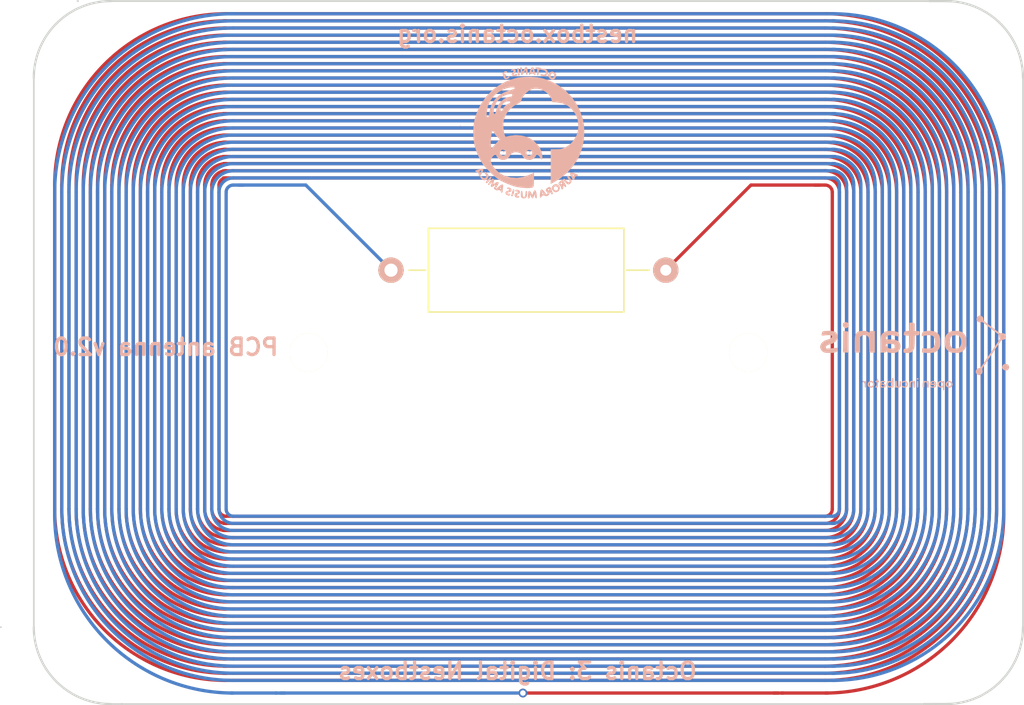
<source format=kicad_pcb>
(kicad_pcb (version 20170123) (host pcbnew "(2017-06-12 revision 19d5cc754)-master")

  (general
    (links 0)
    (no_connects 2)
    (area 99.924999 72.899999 193.100001 137.300002)
    (thickness 1.6)
    (drawings 21)
    (tracks 7)
    (zones 0)
    (modules 7)
    (nets 4)
  )

  (page A4)
  (layers
    (0 F.Cu signal)
    (31 B.Cu signal)
    (32 B.Adhes user)
    (33 F.Adhes user)
    (34 B.Paste user)
    (35 F.Paste user)
    (36 B.SilkS user)
    (37 F.SilkS user)
    (38 B.Mask user)
    (39 F.Mask user)
    (40 Dwgs.User user)
    (41 Cmts.User user)
    (42 Eco1.User user)
    (43 Eco2.User user)
    (44 Edge.Cuts user)
    (45 Margin user)
    (46 B.CrtYd user)
    (47 F.CrtYd user)
    (48 B.Fab user)
    (49 F.Fab user)
  )

  (setup
    (last_trace_width 0.3)
    (user_trace_width 0.3)
    (trace_clearance 0.5)
    (zone_clearance 0.508)
    (zone_45_only no)
    (trace_min 0.3)
    (segment_width 0.2)
    (edge_width 0.2)
    (via_size 2)
    (via_drill 1)
    (via_min_size 0.6)
    (via_min_drill 0.3)
    (user_via 0.6 0.3)
    (uvia_size 0.3)
    (uvia_drill 0.1)
    (uvias_allowed no)
    (uvia_min_size 0.2)
    (uvia_min_drill 0.1)
    (pcb_text_width 0.3)
    (pcb_text_size 1.5 1.5)
    (mod_edge_width 0.15)
    (mod_text_size 1 1)
    (mod_text_width 0.15)
    (pad_size 5 5)
    (pad_drill 5)
    (pad_to_mask_clearance 0.2)
    (aux_axis_origin 0 0)
    (grid_origin 103 105)
    (visible_elements FFFFFF7F)
    (pcbplotparams
      (layerselection 0x010f0_ffffffff)
      (usegerberextensions true)
      (excludeedgelayer true)
      (linewidth 0.050000)
      (plotframeref false)
      (viasonmask false)
      (mode 1)
      (useauxorigin false)
      (hpglpennumber 1)
      (hpglpenspeed 20)
      (hpglpendiameter 15)
      (psnegative false)
      (psa4output false)
      (plotreference true)
      (plotvalue true)
      (plotinvisibletext false)
      (padsonsilk false)
      (subtractmaskfromsilk false)
      (outputformat 1)
      (mirror false)
      (drillshape 0)
      (scaleselection 1)
      (outputdirectory gerber/))
  )

  (net 0 "")
  (net 1 "Net-(AE1-Pad2)")
  (net 2 "Net-(AE1-Pad1)")
  (net 3 "Net-(AE2-Pad2)")

  (net_class Default "This is the default net class."
    (clearance 0.5)
    (trace_width 1)
    (via_dia 2)
    (via_drill 1)
    (uvia_dia 0.3)
    (uvia_drill 0.1)
    (diff_pair_gap 0.5)
    (diff_pair_width 1)
    (add_net "Net-(AE1-Pad1)")
    (add_net "Net-(AE1-Pad2)")
    (add_net "Net-(AE2-Pad2)")
  )

  (module Octanis3:octanis_open_incubator_logo (layer B.Cu) (tedit 0) (tstamp 5A479948)
    (at 183 105 180)
    (fp_text reference G*** (at 0 0 180) (layer B.SilkS) hide
      (effects (font (thickness 0.3)) (justify mirror))
    )
    (fp_text value LOGO (at 0.75 0 180) (layer B.SilkS) hide
      (effects (font (thickness 0.3)) (justify mirror))
    )
    (fp_poly (pts (xy 6.251632 2.74928) (xy 6.339521 2.68288) (xy 6.391845 2.586321) (xy 6.394503 2.468569)
      (xy 6.366282 2.391258) (xy 6.310875 2.320325) (xy 6.232499 2.256435) (xy 6.156948 2.218039)
      (xy 6.120852 2.215728) (xy 6.08636 2.229233) (xy 6.02672 2.252983) (xy 5.912905 2.330085)
      (xy 5.85249 2.438045) (xy 5.850289 2.558469) (xy 5.911112 2.672963) (xy 5.915575 2.677861)
      (xy 6.025559 2.755737) (xy 6.142277 2.776554) (xy 6.251632 2.74928)) (layer B.SilkS) (width 0.01))
    (fp_poly (pts (xy 6.357413 1.04554) (xy 6.361358 0.792293) (xy 6.366176 0.561462) (xy 6.371551 0.36348)
      (xy 6.377167 0.208779) (xy 6.382707 0.107792) (xy 6.386909 0.072571) (xy 6.383169 0.042194)
      (xy 6.33939 0.023188) (xy 6.24276 0.011805) (xy 6.164498 0.007527) (xy 5.924567 -0.003088)
      (xy 5.901826 0.134527) (xy 5.894046 0.216741) (xy 5.887927 0.350985) (xy 5.883442 0.525103)
      (xy 5.880566 0.72694) (xy 5.879274 0.94434) (xy 5.879541 1.165148) (xy 5.88134 1.377207)
      (xy 5.884648 1.568361) (xy 5.889438 1.726456) (xy 5.895686 1.839335) (xy 5.903365 1.894842)
      (xy 5.905499 1.898327) (xy 5.953996 1.910998) (xy 6.050746 1.927244) (xy 6.139074 1.93908)
      (xy 6.345435 1.96408) (xy 6.357413 1.04554)) (layer B.SilkS) (width 0.01))
    (fp_poly (pts (xy 4.786792 1.958072) (xy 4.959818 1.915494) (xy 5.088803 1.838635) (xy 5.186173 1.721767)
      (xy 5.216071 1.668423) (xy 5.243547 1.610684) (xy 5.264068 1.552424) (xy 5.278643 1.482341)
      (xy 5.288281 1.389133) (xy 5.293991 1.2615) (xy 5.296784 1.08814) (xy 5.297668 0.857751)
      (xy 5.297714 0.754311) (xy 5.297714 0) (xy 4.825999 0) (xy 4.825999 1.404545)
      (xy 4.732575 1.505352) (xy 4.674906 1.561033) (xy 4.618484 1.588655) (xy 4.538429 1.594628)
      (xy 4.418861 1.586184) (xy 4.27498 1.565573) (xy 4.177441 1.529317) (xy 4.104072 1.471805)
      (xy 4.071002 1.436845) (xy 4.046409 1.400208) (xy 4.028683 1.350854) (xy 4.016219 1.277739)
      (xy 4.00741 1.169822) (xy 4.000648 1.016061) (xy 3.994326 0.805413) (xy 3.991428 0.697772)
      (xy 3.973285 0.018142) (xy 3.728357 0.007413) (xy 3.483428 -0.003316) (xy 3.483428 1.959428)
      (xy 3.701142 1.959428) (xy 3.816087 1.955305) (xy 3.895198 1.944588) (xy 3.919412 1.932214)
      (xy 3.937268 1.880624) (xy 3.952007 1.854402) (xy 3.98319 1.829113) (xy 4.035516 1.840575)
      (xy 4.121719 1.888891) (xy 4.205581 1.933288) (xy 4.293959 1.958945) (xy 4.41028 1.970336)
      (xy 4.557304 1.972095) (xy 4.786792 1.958072)) (layer B.SilkS) (width 0.01))
    (fp_poly (pts (xy 7.784461 1.970164) (xy 7.947694 1.961449) (xy 8.075108 1.949429) (xy 8.093862 1.946741)
      (xy 8.192264 1.927984) (xy 8.245726 1.897816) (xy 8.274938 1.835221) (xy 8.296041 1.741398)
      (xy 8.311682 1.634929) (xy 8.309823 1.565901) (xy 8.300843 1.551376) (xy 8.252465 1.55009)
      (xy 8.150382 1.555721) (xy 8.01301 1.567116) (xy 7.948396 1.573428) (xy 7.785464 1.585736)
      (xy 7.634006 1.589711) (xy 7.520243 1.584881) (xy 7.496945 1.581562) (xy 7.40925 1.557585)
      (xy 7.372719 1.516489) (xy 7.365999 1.449312) (xy 7.377562 1.387824) (xy 7.418665 1.334005)
      (xy 7.498935 1.282015) (xy 7.627997 1.226013) (xy 7.815477 1.160155) (xy 7.874 1.141014)
      (xy 7.985109 1.102451) (xy 8.065126 1.069855) (xy 8.091714 1.054431) (xy 8.132496 1.021231)
      (xy 8.206068 0.971256) (xy 8.209176 0.969274) (xy 8.30934 0.872698) (xy 8.393509 0.734158)
      (xy 8.445514 0.584262) (xy 8.454571 0.504657) (xy 8.423278 0.360236) (xy 8.33887 0.212281)
      (xy 8.215556 0.084358) (xy 8.189125 0.064421) (xy 8.126925 0.026437) (xy 8.056697 0.001564)
      (xy 7.960941 -0.013336) (xy 7.822156 -0.021403) (xy 7.692755 -0.024615) (xy 7.526505 -0.026007)
      (xy 7.381692 -0.02417) (xy 7.277341 -0.019514) (xy 7.238999 -0.014898) (xy 7.156207 0.006682)
      (xy 7.047488 0.037866) (xy 7.030357 0.043011) (xy 6.94935 0.071446) (xy 6.909256 0.107986)
      (xy 6.895695 0.175946) (xy 6.894285 0.263619) (xy 6.894285 0.443051) (xy 7.048499 0.419439)
      (xy 7.154338 0.406828) (xy 7.306574 0.39313) (xy 7.479113 0.380582) (xy 7.554967 0.37599)
      (xy 7.90722 0.356152) (xy 7.932366 0.456341) (xy 7.934982 0.53697) (xy 7.893171 0.60545)
      (xy 7.799214 0.667705) (xy 7.645392 0.729661) (xy 7.527263 0.767325) (xy 7.399812 0.809101)
      (xy 7.304755 0.846914) (xy 7.258942 0.873875) (xy 7.257142 0.8778) (xy 7.228271 0.905893)
      (xy 7.211785 0.90835) (xy 7.151678 0.930946) (xy 7.091111 0.972544) (xy 6.970493 1.105326)
      (xy 6.906121 1.262983) (xy 6.889249 1.426103) (xy 6.907884 1.619929) (xy 6.972017 1.767885)
      (xy 7.086181 1.873386) (xy 7.254909 1.93985) (xy 7.482734 1.970694) (xy 7.61595 1.973844)
      (xy 7.784461 1.970164)) (layer B.SilkS) (width 0.01))
    (fp_poly (pts (xy 2.169954 1.970264) (xy 2.378099 1.944904) (xy 2.540899 1.895564) (xy 2.68812 1.814206)
      (xy 2.790894 1.717247) (xy 2.876577 1.578543) (xy 2.880338 1.571159) (xy 2.901208 1.518049)
      (xy 2.916676 1.445792) (xy 2.927472 1.343911) (xy 2.934327 1.201927) (xy 2.937971 1.009363)
      (xy 2.939134 0.75574) (xy 2.939142 0.727516) (xy 2.939142 0) (xy 2.723231 0)
      (xy 2.586701 0.006253) (xy 2.507405 0.02725) (xy 2.475069 0.057628) (xy 2.447879 0.089754)
      (xy 2.405775 0.089084) (xy 2.327725 0.053421) (xy 2.301447 0.039485) (xy 2.192411 -0.006061)
      (xy 2.066977 -0.027943) (xy 1.905537 -0.031345) (xy 1.764316 -0.0266) (xy 1.642206 -0.018987)
      (xy 1.568052 -0.010507) (xy 1.462736 0.038213) (xy 1.349955 0.134275) (xy 1.248443 0.257341)
      (xy 1.17693 0.387074) (xy 1.162625 0.429656) (xy 1.143858 0.529471) (xy 1.650004 0.529471)
      (xy 1.66732 0.458364) (xy 1.691194 0.408161) (xy 1.727091 0.379552) (xy 1.793293 0.366499)
      (xy 1.908086 0.362964) (xy 1.956507 0.362857) (xy 2.100594 0.366832) (xy 2.194883 0.382342)
      (xy 2.261888 0.414765) (xy 2.298278 0.4445) (xy 2.360875 0.521187) (xy 2.413069 0.616981)
      (xy 2.444601 0.707857) (xy 2.445214 0.769794) (xy 2.440275 0.777058) (xy 2.389545 0.791262)
      (xy 2.287481 0.798106) (xy 2.154866 0.798342) (xy 2.012483 0.792722) (xy 1.881115 0.781999)
      (xy 1.781544 0.766924) (xy 1.737923 0.751635) (xy 1.665567 0.654514) (xy 1.650004 0.529471)
      (xy 1.143858 0.529471) (xy 1.139675 0.551717) (xy 1.149416 0.660416) (xy 1.176201 0.751279)
      (xy 1.257154 0.916827) (xy 1.376831 1.040852) (xy 1.542036 1.126678) (xy 1.759572 1.177629)
      (xy 2.036243 1.197029) (xy 2.089436 1.197428) (xy 2.274694 1.199949) (xy 2.395039 1.211519)
      (xy 2.458066 1.238149) (xy 2.47137 1.285848) (xy 2.442544 1.360627) (xy 2.396452 1.440388)
      (xy 2.318319 1.524656) (xy 2.203634 1.574373) (xy 2.046018 1.589873) (xy 1.839092 1.571492)
      (xy 1.576476 1.519564) (xy 1.455711 1.489811) (xy 1.358319 1.467644) (xy 1.2957 1.45883)
      (xy 1.285228 1.46039) (xy 1.283293 1.499687) (xy 1.291073 1.587229) (xy 1.2992 1.649794)
      (xy 1.316423 1.75048) (xy 1.343876 1.810628) (xy 1.400067 1.850709) (xy 1.503507 1.891189)
      (xy 1.524111 1.898515) (xy 1.718595 1.94714) (xy 1.941998 1.971033) (xy 2.169954 1.970264)) (layer B.SilkS) (width 0.01))
    (fp_poly (pts (xy 0.260093 2.711919) (xy 0.320039 2.690304) (xy 0.328453 2.676071) (xy 0.330055 2.621207)
      (xy 0.332739 2.513112) (xy 0.336032 2.371109) (xy 0.337524 2.304142) (xy 0.344714 1.977571)
      (xy 0.554961 1.966641) (xy 0.676486 1.956765) (xy 0.745857 1.937517) (xy 0.783488 1.900383)
      (xy 0.79989 1.864493) (xy 0.826629 1.755899) (xy 0.834571 1.668438) (xy 0.831656 1.612816)
      (xy 0.812174 1.580612) (xy 0.760019 1.564226) (xy 0.659086 1.556058) (xy 0.589642 1.552872)
      (xy 0.344714 1.542142) (xy 0.345365 1.088571) (xy 0.350106 0.861478) (xy 0.362899 0.673761)
      (xy 0.382646 0.538883) (xy 0.393536 0.498928) (xy 0.424669 0.420003) (xy 0.461666 0.379629)
      (xy 0.527318 0.364888) (xy 0.633581 0.362857) (xy 0.756499 0.354793) (xy 0.827813 0.32063)
      (xy 0.861188 0.245411) (xy 0.870286 0.11418) (xy 0.870361 0.103667) (xy 0.861165 0.038624)
      (xy 0.824429 -0.002872) (xy 0.747647 -0.025713) (xy 0.618316 -0.03479) (xy 0.514103 -0.035675)
      (xy 0.349369 -0.027115) (xy 0.231082 0.001013) (xy 0.156394 0.039079) (xy 0.070941 0.116842)
      (xy -0.012446 0.228544) (xy -0.043177 0.283397) (xy -0.076299 0.357834) (xy -0.100062 0.434776)
      (xy -0.116413 0.528855) (xy -0.127303 0.654702) (xy -0.134678 0.826948) (xy -0.139295 1.005144)
      (xy -0.151589 1.556716) (xy -0.337666 1.567572) (xy -0.447578 1.576761) (xy -0.506756 1.597499)
      (xy -0.536965 1.644487) (xy -0.555868 1.714947) (xy -0.57631 1.839371) (xy -0.558191 1.913341)
      (xy -0.490895 1.949216) (xy -0.363807 1.959354) (xy -0.345854 1.959428) (xy -0.145143 1.959428)
      (xy -0.145143 2.318053) (xy -0.144192 2.482286) (xy -0.139315 2.588102) (xy -0.127476 2.649651)
      (xy -0.105639 2.681082) (xy -0.070768 2.696546) (xy -0.0635 2.698558) (xy 0.045989 2.717327)
      (xy 0.161298 2.721353) (xy 0.260093 2.711919)) (layer B.SilkS) (width 0.01))
    (fp_poly (pts (xy -1.310848 1.979157) (xy -1.288143 1.976717) (xy -1.085759 1.94355) (xy -0.945663 1.897003)
      (xy -0.857777 1.82912) (xy -0.812019 1.731941) (xy -0.798311 1.59751) (xy -0.798286 1.589979)
      (xy -0.804554 1.514215) (xy -0.837145 1.492833) (xy -0.898072 1.503287) (xy -1.190311 1.563878)
      (xy -1.425723 1.589887) (xy -1.61141 1.581072) (xy -1.754478 1.537191) (xy -1.84919 1.470895)
      (xy -1.938693 1.34168) (xy -1.990327 1.17471) (xy -2.005698 0.987793) (xy -1.986409 0.798738)
      (xy -1.934064 0.625354) (xy -1.850267 0.485449) (xy -1.753172 0.404901) (xy -1.673491 0.383531)
      (xy -1.544716 0.369929) (xy -1.389563 0.364163) (xy -1.230748 0.366305) (xy -1.090988 0.376424)
      (xy -0.992999 0.394589) (xy -0.973434 0.402504) (xy -0.897032 0.421642) (xy -0.847637 0.379701)
      (xy -0.82278 0.273324) (xy -0.81874 0.192153) (xy -0.816429 0.020455) (xy -0.961572 -0.005824)
      (xy -1.12016 -0.024583) (xy -1.312342 -0.032617) (xy -1.515887 -0.030556) (xy -1.708563 -0.019028)
      (xy -1.86814 0.001337) (xy -1.953329 0.022242) (xy -2.155481 0.126263) (xy -2.312037 0.283459)
      (xy -2.399285 0.430551) (xy -2.437511 0.521202) (xy -2.46148 0.614434) (xy -2.474108 0.730532)
      (xy -2.478311 0.889779) (xy -2.478238 0.979714) (xy -2.465423 1.243025) (xy -2.426465 1.449758)
      (xy -2.35572 1.612951) (xy -2.247542 1.745643) (xy -2.096875 1.860499) (xy -1.990944 1.904889)
      (xy -1.835954 1.942316) (xy -1.655326 1.969413) (xy -1.472484 1.982815) (xy -1.310848 1.979157)) (layer B.SilkS) (width 0.01))
    (fp_poly (pts (xy -3.688795 1.969133) (xy -3.564911 1.957539) (xy -3.463525 1.932255) (xy -3.359674 1.88876)
      (xy -3.333996 1.876288) (xy -3.141782 1.748712) (xy -3.002103 1.579285) (xy -2.912603 1.36346)
      (xy -2.870926 1.09669) (xy -2.867118 0.975204) (xy -2.888374 0.688948) (xy -2.955461 0.454853)
      (xy -3.071498 0.266409) (xy -3.239603 0.117107) (xy -3.294802 0.082382) (xy -3.383411 0.0352)
      (xy -3.468777 0.004744) (xy -3.571921 -0.013311) (xy -3.713866 -0.02329) (xy -3.827645 -0.027236)
      (xy -4.028918 -0.028649) (xy -4.174128 -0.018602) (xy -4.279096 0.004398) (xy -4.316394 0.018909)
      (xy -4.529533 0.144586) (xy -4.686929 0.308205) (xy -4.754676 0.41971) (xy -4.796084 0.508909)
      (xy -4.822477 0.595571) (xy -4.837101 0.699928) (xy -4.843203 0.842214) (xy -4.844143 0.977188)
      (xy -4.843463 1.031844) (xy -4.388918 1.031844) (xy -4.382505 0.832187) (xy -4.339044 0.646721)
      (xy -4.258314 0.494398) (xy -4.200815 0.433982) (xy -4.132935 0.394099) (xy -4.036767 0.3726)
      (xy -3.892025 0.365336) (xy -3.864429 0.365218) (xy -3.722732 0.371441) (xy -3.610563 0.388043)
      (xy -3.553274 0.409368) (xy -3.445949 0.535591) (xy -3.376159 0.711186) (xy -3.347238 0.921516)
      (xy -3.36252 1.151945) (xy -3.372198 1.204137) (xy -3.422004 1.372113) (xy -3.497034 1.483731)
      (xy -3.609843 1.548468) (xy -3.772982 1.575804) (xy -3.867924 1.578428) (xy -4.048691 1.569245)
      (xy -4.162367 1.541956) (xy -4.188076 1.526427) (xy -4.291482 1.397917) (xy -4.358503 1.226739)
      (xy -4.388918 1.031844) (xy -4.843463 1.031844) (xy -4.84185 1.161334) (xy -4.833103 1.29191)
      (xy -4.815101 1.387829) (xy -4.785042 1.467999) (xy -4.765824 1.505857) (xy -4.640159 1.693559)
      (xy -4.489134 1.828459) (xy -4.302172 1.915994) (xy -4.068698 1.961602) (xy -3.860139 1.971556)
      (xy -3.688795 1.969133)) (layer B.SilkS) (width 0.01))
    (fp_poly (pts (xy -8.311291 -1.045325) (xy -8.237465 -1.080784) (xy -8.17876 -1.143514) (xy -8.105332 -1.27535)
      (xy -8.103809 -1.398813) (xy -8.174265 -1.515873) (xy -8.193486 -1.535355) (xy -8.318153 -1.612509)
      (xy -8.457424 -1.632739) (xy -8.58838 -1.594572) (xy -8.632194 -1.563588) (xy -8.71354 -1.450175)
      (xy -8.735132 -1.317048) (xy -8.695185 -1.187031) (xy -8.664965 -1.144881) (xy -8.584095 -1.073553)
      (xy -8.484986 -1.043493) (xy -8.421541 -1.039263) (xy -8.311291 -1.045325)) (layer B.SilkS) (width 0.01))
    (fp_poly (pts (xy -5.953389 3.337902) (xy -5.87997 3.27298) (xy -5.79126 3.144365) (xy -5.769888 3.013596)
      (xy -5.813483 2.893777) (xy -5.919674 2.798013) (xy -5.970473 2.772903) (xy -6.076886 2.741756)
      (xy -6.163623 2.754456) (xy -6.182225 2.762271) (xy -6.241294 2.780061) (xy -6.301402 2.768961)
      (xy -6.384305 2.722204) (xy -6.445128 2.68051) (xy -6.589382 2.577193) (xy -6.700442 2.492574)
      (xy -6.805773 2.405516) (xy -6.833842 2.381402) (xy -6.903894 2.324437) (xy -7.008508 2.243314)
      (xy -7.112 2.165335) (xy -7.307867 2.016862) (xy -7.542058 1.833626) (xy -7.774215 1.648317)
      (xy -7.82088 1.575709) (xy -7.837715 1.487577) (xy -7.850881 1.385551) (xy -7.878003 1.31336)
      (xy -7.885047 1.285117) (xy -7.875448 1.240709) (xy -7.845234 1.173171) (xy -7.790434 1.075537)
      (xy -7.707075 0.940841) (xy -7.591185 0.762118) (xy -7.438792 0.5324) (xy -7.397217 0.47021)
      (xy -7.255548 0.259578) (xy -7.126426 0.069628) (xy -7.015498 -0.091497) (xy -6.928408 -0.215658)
      (xy -6.870801 -0.294712) (xy -6.848929 -0.320524) (xy -6.824032 -0.362297) (xy -6.821715 -0.384024)
      (xy -6.806169 -0.430743) (xy -6.7945 -0.43597) (xy -6.763947 -0.46523) (xy -6.709555 -0.541574)
      (xy -6.642879 -0.64873) (xy -6.640286 -0.653143) (xy -6.573374 -0.76114) (xy -6.518311 -0.838936)
      (xy -6.486653 -0.870261) (xy -6.486072 -0.870316) (xy -6.461502 -0.900169) (xy -6.458858 -0.922262)
      (xy -6.442601 -0.976516) (xy -6.431643 -0.985762) (xy -6.39942 -1.020218) (xy -6.34096 -1.099017)
      (xy -6.268846 -1.205187) (xy -6.267987 -1.206501) (xy -6.18493 -1.324036) (xy -6.120168 -1.388935)
      (xy -6.059937 -1.413668) (xy -6.037728 -1.415143) (xy -5.938323 -1.433875) (xy -5.841419 -1.475688)
      (xy -5.753851 -1.564616) (xy -5.710839 -1.685914) (xy -5.715343 -1.814259) (xy -5.770328 -1.924329)
      (xy -5.786945 -1.941286) (xy -5.87543 -2.005816) (xy -5.968502 -2.049666) (xy -6.04701 -2.066951)
      (xy -6.091803 -2.05179) (xy -6.096001 -2.036233) (xy -6.126093 -2.001994) (xy -6.165463 -1.986014)
      (xy -6.251657 -1.929181) (xy -6.305315 -1.824451) (xy -6.318801 -1.692096) (xy -6.305905 -1.613262)
      (xy -6.28921 -1.537133) (xy -6.291057 -1.474715) (xy -6.317955 -1.405579) (xy -6.376412 -1.3093)
      (xy -6.426841 -1.233715) (xy -6.505291 -1.120739) (xy -6.569924 -1.033836) (xy -6.609039 -0.988587)
      (xy -6.613072 -0.985762) (xy -6.637969 -0.94399) (xy -6.640286 -0.922262) (xy -6.655832 -0.875544)
      (xy -6.667501 -0.870316) (xy -6.698054 -0.841056) (xy -6.752446 -0.764713) (xy -6.819122 -0.657557)
      (xy -6.821715 -0.653143) (xy -6.888627 -0.545147) (xy -6.94369 -0.46735) (xy -6.975348 -0.436026)
      (xy -6.975929 -0.43597) (xy -7.000499 -0.406117) (xy -7.003143 -0.384024) (xy -7.0194 -0.329771)
      (xy -7.030358 -0.320524) (xy -7.057585 -0.287978) (xy -7.118437 -0.203737) (xy -7.206708 -0.076769)
      (xy -7.316192 0.083957) (xy -7.440683 0.269473) (xy -7.490707 0.344714) (xy -7.652867 0.588555)
      (xy -7.780865 0.778398) (xy -7.880268 0.920976) (xy -7.95664 1.02302) (xy -8.01555 1.091264)
      (xy -8.062562 1.13244) (xy -8.103245 1.153281) (xy -8.143163 1.160519) (xy -8.165718 1.161142)
      (xy -8.300588 1.193563) (xy -8.400866 1.280663) (xy -8.451385 1.407198) (xy -8.454572 1.45147)
      (xy -8.424258 1.598634) (xy -8.339819 1.703858) (xy -8.211005 1.759643) (xy -8.053851 1.75959)
      (xy -7.99498 1.752764) (xy -7.939648 1.757857) (xy -7.877489 1.780744) (xy -7.798138 1.827297)
      (xy -7.691227 1.903388) (xy -7.546393 2.014892) (xy -7.402286 2.12875) (xy -7.316583 2.196044)
      (xy -7.190098 2.294477) (xy -7.03965 2.411045) (xy -6.882057 2.532742) (xy -6.734139 2.646564)
      (xy -6.612713 2.739505) (xy -6.594914 2.753055) (xy -6.484959 2.840403) (xy -6.422112 2.904976)
      (xy -6.393519 2.964876) (xy -6.386324 3.038208) (xy -6.386286 3.04686) (xy -6.355618 3.196276)
      (xy -6.267778 3.303427) (xy -6.129015 3.360926) (xy -6.119128 3.362648) (xy -6.026121 3.367835)
      (xy -5.953389 3.337902)) (layer B.SilkS) (width 0.01))
    (fp_poly (pts (xy -0.363302 -2.345331) (xy -0.3335 -2.386534) (xy -0.335633 -2.403948) (xy -0.38056 -2.450574)
      (xy -0.446724 -2.458719) (xy -0.49057 -2.429991) (xy -0.492177 -2.371228) (xy -0.478249 -2.350592)
      (xy -0.422242 -2.329351) (xy -0.363302 -2.345331)) (layer B.SilkS) (width 0.01))
    (fp_poly (pts (xy 4.384366 -2.5997) (xy 4.390571 -2.619829) (xy 4.401281 -2.645074) (xy 4.434114 -2.619829)
      (xy 4.505719 -2.579114) (xy 4.572086 -2.58535) (xy 4.607267 -2.634381) (xy 4.608285 -2.647719)
      (xy 4.589995 -2.699897) (xy 4.558535 -2.700061) (xy 4.486683 -2.704287) (xy 4.431262 -2.77042)
      (xy 4.39786 -2.888607) (xy 4.390571 -2.996164) (xy 4.385567 -3.115635) (xy 4.368037 -3.17673)
      (xy 4.336142 -3.193143) (xy 4.308931 -3.179976) (xy 4.292277 -3.132043) (xy 4.283948 -3.036703)
      (xy 4.281714 -2.884715) (xy 4.284038 -2.730517) (xy 4.292496 -2.636142) (xy 4.309321 -2.588948)
      (xy 4.336142 -2.576286) (xy 4.384366 -2.5997)) (layer B.SilkS) (width 0.01))
    (fp_poly (pts (xy 3.961181 -2.606792) (xy 4.062792 -2.686627) (xy 4.125664 -2.798266) (xy 4.142485 -2.924184)
      (xy 4.105944 -3.046855) (xy 4.052589 -3.114247) (xy 3.93725 -3.179195) (xy 3.800721 -3.194881)
      (xy 3.670849 -3.161617) (xy 3.59861 -3.109162) (xy 3.528442 -2.989227) (xy 3.518217 -2.867005)
      (xy 3.642888 -2.867005) (xy 3.650296 -2.964398) (xy 3.702419 -3.046474) (xy 3.745711 -3.074716)
      (xy 3.849699 -3.087137) (xy 3.949553 -3.033382) (xy 4.00757 -2.962947) (xy 4.021793 -2.880907)
      (xy 3.985598 -2.792061) (xy 3.914148 -2.720683) (xy 3.838341 -2.692024) (xy 3.741972 -2.709909)
      (xy 3.675134 -2.775206) (xy 3.642888 -2.867005) (xy 3.518217 -2.867005) (xy 3.517548 -2.859012)
      (xy 3.558347 -2.736117) (xy 3.643258 -2.63814) (xy 3.764702 -2.582683) (xy 3.828142 -2.576286)
      (xy 3.961181 -2.606792)) (layer B.SilkS) (width 0.01))
    (fp_poly (pts (xy 3.291347 -2.426401) (xy 3.301999 -2.485572) (xy 3.319008 -2.556707) (xy 3.374571 -2.576286)
      (xy 3.433673 -2.598975) (xy 3.447142 -2.630715) (xy 3.416891 -2.675041) (xy 3.374571 -2.685143)
      (xy 3.327393 -2.697093) (xy 3.306333 -2.745582) (xy 3.301999 -2.832672) (xy 3.312933 -2.954526)
      (xy 3.341193 -3.049594) (xy 3.379971 -3.101348) (xy 3.412677 -3.101304) (xy 3.442227 -3.110585)
      (xy 3.447142 -3.136573) (xy 3.418233 -3.178374) (xy 3.351257 -3.194122) (xy 3.27584 -3.183923)
      (xy 3.221608 -3.147883) (xy 3.215167 -3.135747) (xy 3.202671 -3.068237) (xy 3.19469 -2.957982)
      (xy 3.193142 -2.881747) (xy 3.188121 -2.762404) (xy 3.170534 -2.701436) (xy 3.138714 -2.685143)
      (xy 3.090435 -2.664947) (xy 3.084285 -2.647719) (xy 3.113282 -2.603532) (xy 3.138714 -2.589408)
      (xy 3.181008 -2.540845) (xy 3.193142 -2.48169) (xy 3.212778 -2.411646) (xy 3.247571 -2.394858)
      (xy 3.291347 -2.426401)) (layer B.SilkS) (width 0.01))
    (fp_poly (pts (xy 2.852915 -2.597902) (xy 2.935973 -2.645775) (xy 2.939142 -2.648858) (xy 2.982077 -2.709387)
      (xy 3.004499 -2.79561) (xy 3.011636 -2.929276) (xy 3.011714 -2.950791) (xy 3.011714 -3.180153)
      (xy 2.80058 -3.185972) (xy 2.671495 -3.182069) (xy 2.577452 -3.16492) (xy 2.54658 -3.148924)
      (xy 2.514662 -3.082743) (xy 2.503714 -3.00356) (xy 2.504931 -2.999968) (xy 2.619978 -2.999968)
      (xy 2.633295 -3.046505) (xy 2.645598 -3.062217) (xy 2.70572 -3.112804) (xy 2.774592 -3.109756)
      (xy 2.832671 -3.08301) (xy 2.889577 -3.022864) (xy 2.902857 -2.974152) (xy 2.874846 -2.919391)
      (xy 2.805146 -2.902211) (xy 2.715255 -2.9245) (xy 2.666233 -2.95336) (xy 2.619978 -2.999968)
      (xy 2.504931 -2.999968) (xy 2.535396 -2.910085) (xy 2.629033 -2.851945) (xy 2.782506 -2.830393)
      (xy 2.796362 -2.830286) (xy 2.880968 -2.817315) (xy 2.89788 -2.779735) (xy 2.848121 -2.721174)
      (xy 2.766589 -2.692803) (xy 2.666692 -2.696307) (xy 2.575937 -2.702313) (xy 2.541242 -2.678903)
      (xy 2.539999 -2.668601) (xy 2.570712 -2.613805) (xy 2.647975 -2.583021) (xy 2.749479 -2.577352)
      (xy 2.852915 -2.597902)) (layer B.SilkS) (width 0.01))
    (fp_poly (pts (xy 1.896268 -2.333199) (xy 1.91765 -2.378318) (xy 1.923134 -2.476218) (xy 1.923142 -2.48242)
      (xy 1.923142 -2.642554) (xy 2.0256 -2.60388) (xy 2.168617 -2.581503) (xy 2.290856 -2.624119)
      (xy 2.379584 -2.72698) (xy 2.418621 -2.872261) (xy 2.397857 -3.019518) (xy 2.334373 -3.127262)
      (xy 2.254775 -3.17312) (xy 2.143901 -3.19251) (xy 2.035034 -3.18341) (xy 1.966685 -3.149601)
      (xy 1.93073 -3.124356) (xy 1.923142 -3.149601) (xy 1.892825 -3.184947) (xy 1.850571 -3.193143)
      (xy 1.819936 -3.188871) (xy 1.799392 -3.168038) (xy 1.786934 -3.118616) (xy 1.780557 -3.028581)
      (xy 1.778456 -2.898192) (xy 1.923142 -2.898192) (xy 1.948329 -3.011297) (xy 2.024071 -3.072353)
      (xy 2.104571 -3.084286) (xy 2.19306 -3.068445) (xy 2.242457 -3.040743) (xy 2.279929 -2.959483)
      (xy 2.279806 -2.853672) (xy 2.243734 -2.759803) (xy 2.228979 -2.742164) (xy 2.137364 -2.690893)
      (xy 2.04393 -2.699797) (xy 1.967249 -2.759402) (xy 1.925889 -2.860235) (xy 1.923142 -2.898192)
      (xy 1.778456 -2.898192) (xy 1.778257 -2.885905) (xy 1.777999 -2.757715) (xy 1.778712 -2.573908)
      (xy 1.782184 -2.450643) (xy 1.790421 -2.375893) (xy 1.805427 -2.337632) (xy 1.829206 -2.323834)
      (xy 1.850571 -2.322286) (xy 1.896268 -2.333199)) (layer B.SilkS) (width 0.01))
    (fp_poly (pts (xy 1.595753 -2.582091) (xy 1.617333 -2.609024) (xy 1.628427 -2.671358) (xy 1.632436 -2.78337)
      (xy 1.632857 -2.880814) (xy 1.632857 -3.185343) (xy 1.415429 -3.188403) (xy 1.289416 -3.186546)
      (xy 1.21365 -3.172034) (xy 1.166051 -3.138151) (xy 1.141372 -3.105038) (xy 1.107164 -3.016328)
      (xy 1.091775 -2.899233) (xy 1.09399 -2.775747) (xy 1.112593 -2.667864) (xy 1.14637 -2.597578)
      (xy 1.170214 -2.58305) (xy 1.204605 -2.585419) (xy 1.223875 -2.618815) (xy 1.232177 -2.697925)
      (xy 1.233714 -2.80768) (xy 1.245578 -2.972433) (xy 1.282075 -3.070394) (xy 1.344558 -3.103509)
      (xy 1.423277 -3.079933) (xy 1.459929 -3.045085) (xy 1.479882 -2.978592) (xy 1.487304 -2.863049)
      (xy 1.487714 -2.810867) (xy 1.49 -2.683643) (xy 1.500173 -2.612859) (xy 1.523206 -2.582439)
      (xy 1.560285 -2.576286) (xy 1.595753 -2.582091)) (layer B.SilkS) (width 0.01))
    (fp_poly (pts (xy 0.882792 -2.590997) (xy 0.965861 -2.629534) (xy 0.996716 -2.6835) (xy 0.992878 -2.703175)
      (xy 0.958516 -2.737185) (xy 0.905901 -2.720765) (xy 0.784772 -2.686746) (xy 0.682571 -2.720771)
      (xy 0.630689 -2.777344) (xy 0.594847 -2.883552) (xy 0.615419 -2.981899) (xy 0.678583 -3.056316)
      (xy 0.770519 -3.09073) (xy 0.877407 -3.069071) (xy 0.880293 -3.067599) (xy 0.951451 -3.038328)
      (xy 0.985347 -3.050884) (xy 0.992472 -3.065196) (xy 0.98707 -3.130604) (xy 0.918641 -3.174655)
      (xy 0.794731 -3.192899) (xy 0.775519 -3.193143) (xy 0.661328 -3.182006) (xy 0.584895 -3.1395)
      (xy 0.546919 -3.097536) (xy 0.484103 -2.970365) (xy 0.477691 -2.837732) (xy 0.520581 -2.716793)
      (xy 0.605668 -2.624703) (xy 0.725851 -2.578617) (xy 0.762736 -2.576286) (xy 0.882792 -2.590997)) (layer B.SilkS) (width 0.01))
    (fp_poly (pts (xy -0.074834 -2.600862) (xy -0.064876 -2.617516) (xy -0.034977 -2.638477) (xy 0.023385 -2.612207)
      (xy 0.129574 -2.582238) (xy 0.235922 -2.607528) (xy 0.314607 -2.679445) (xy 0.327854 -2.706662)
      (xy 0.348044 -2.796125) (xy 0.360691 -2.922118) (xy 0.362857 -2.995934) (xy 0.35963 -3.110433)
      (xy 0.345712 -3.169769) (xy 0.314744 -3.191222) (xy 0.290285 -3.193143) (xy 0.251085 -3.185826)
      (xy 0.229191 -3.153207) (xy 0.219701 -3.079283) (xy 0.217714 -2.956147) (xy 0.213569 -2.819915)
      (xy 0.198769 -2.740367) (xy 0.169762 -2.701967) (xy 0.158353 -2.696373) (xy 0.073624 -2.689158)
      (xy 0.01497 -2.744669) (xy -0.019337 -2.865431) (xy -0.028946 -2.97013) (xy -0.037904 -3.094215)
      (xy -0.053442 -3.161881) (xy -0.081472 -3.189276) (xy -0.110589 -3.193143) (xy -0.145068 -3.186988)
      (xy -0.166132 -3.159092) (xy -0.17703 -3.095312) (xy -0.18101 -2.981504) (xy -0.181429 -2.884715)
      (xy -0.178812 -2.728571) (xy -0.169651 -2.633059) (xy -0.151979 -2.586387) (xy -0.130024 -2.576286)
      (xy -0.074834 -2.600862)) (layer B.SilkS) (width 0.01))
    (fp_poly (pts (xy -0.390075 -2.589454) (xy -0.37342 -2.637386) (xy -0.365092 -2.732726) (xy -0.362858 -2.884715)
      (xy -0.365181 -3.038913) (xy -0.37364 -3.133287) (xy -0.390465 -3.180482) (xy -0.417286 -3.193143)
      (xy -0.444498 -3.179976) (xy -0.461152 -3.132043) (xy -0.46948 -3.036703) (xy -0.471715 -2.884715)
      (xy -0.469391 -2.730517) (xy -0.460932 -2.636142) (xy -0.444108 -2.588948) (xy -0.417286 -2.576286)
      (xy -0.390075 -2.589454)) (layer B.SilkS) (width 0.01))
    (fp_poly (pts (xy -1.308548 -2.600862) (xy -1.298591 -2.617516) (xy -1.267831 -2.637639) (xy -1.206618 -2.60989)
      (xy -1.102928 -2.581763) (xy -0.998737 -2.608472) (xy -0.921396 -2.67993) (xy -0.903248 -2.721755)
      (xy -0.887815 -2.811109) (xy -0.877006 -2.936085) (xy -0.874475 -3.002643) (xy -0.875657 -3.114551)
      (xy -0.888956 -3.171687) (xy -0.920732 -3.191625) (xy -0.943429 -3.193143) (xy -0.985614 -3.184349)
      (xy -1.007446 -3.146431) (xy -1.01531 -3.062091) (xy -1.016001 -2.99654) (xy -1.021965 -2.838313)
      (xy -1.042298 -2.741068) (xy -1.080655 -2.69401) (xy -1.121483 -2.685143) (xy -1.199726 -2.707552)
      (xy -1.247301 -2.780122) (xy -1.268208 -2.910866) (xy -1.270001 -2.982686) (xy -1.272833 -3.101806)
      (xy -1.2852 -3.165282) (xy -1.312905 -3.189948) (xy -1.342572 -3.193143) (xy -1.377858 -3.187404)
      (xy -1.399412 -3.160725) (xy -1.410572 -3.098916) (xy -1.414677 -2.987788) (xy -1.415143 -2.884715)
      (xy -1.412526 -2.728571) (xy -1.403365 -2.633059) (xy -1.385694 -2.586387) (xy -1.363739 -2.576286)
      (xy -1.308548 -2.600862)) (layer B.SilkS) (width 0.01))
    (fp_poly (pts (xy -1.696431 -2.606793) (xy -1.596815 -2.684109) (xy -1.534345 -2.786923) (xy -1.524001 -2.84678)
      (xy -1.527939 -2.89642) (xy -1.550693 -2.924068) (xy -1.608668 -2.936148) (xy -1.718268 -2.939085)
      (xy -1.759858 -2.939143) (xy -1.903239 -2.945323) (xy -1.977286 -2.965258) (xy -1.984291 -3.001047)
      (xy -1.926549 -3.054785) (xy -1.903514 -3.070454) (xy -1.820337 -3.109619) (xy -1.74253 -3.09878)
      (xy -1.719366 -3.088972) (xy -1.63351 -3.064288) (xy -1.583765 -3.07661) (xy -1.584046 -3.119803)
      (xy -1.599253 -3.141945) (xy -1.666298 -3.176291) (xy -1.784571 -3.192481) (xy -1.817893 -3.193143)
      (xy -1.931948 -3.186939) (xy -2.000912 -3.161145) (xy -2.051727 -3.10499) (xy -2.056564 -3.097722)
      (xy -2.10085 -2.992566) (xy -2.119086 -2.875306) (xy -2.100013 -2.801258) (xy -1.995715 -2.801258)
      (xy -1.96327 -2.818573) (xy -1.881184 -2.828957) (xy -1.832429 -2.830286) (xy -1.735031 -2.824518)
      (xy -1.676622 -2.809925) (xy -1.669143 -2.801258) (xy -1.700269 -2.741019) (xy -1.77353 -2.696051)
      (xy -1.832429 -2.685143) (xy -1.91714 -2.707277) (xy -1.980376 -2.759374) (xy -1.995715 -2.801258)
      (xy -2.100013 -2.801258) (xy -2.086072 -2.74714) (xy -1.999401 -2.644167) (xy -1.877629 -2.584373)
      (xy -1.810613 -2.576286) (xy -1.696431 -2.606793)) (layer B.SilkS) (width 0.01))
    (fp_poly (pts (xy -3.150819 -2.606792) (xy -3.049208 -2.686627) (xy -2.986336 -2.798266) (xy -2.969515 -2.924184)
      (xy -3.006056 -3.046855) (xy -3.059411 -3.114247) (xy -3.17475 -3.179195) (xy -3.311279 -3.194881)
      (xy -3.441151 -3.161617) (xy -3.51339 -3.109162) (xy -3.583558 -2.989227) (xy -3.593084 -2.875363)
      (xy -3.477928 -2.875363) (xy -3.460092 -2.968872) (xy -3.390242 -3.043462) (xy -3.312327 -3.091489)
      (xy -3.244178 -3.090423) (xy -3.207944 -3.076161) (xy -3.132292 -3.014937) (xy -3.097559 -2.950801)
      (xy -3.098243 -2.842693) (xy -3.146687 -2.757107) (xy -3.225107 -2.704031) (xy -3.315719 -2.693456)
      (xy -3.400738 -2.735369) (xy -3.426943 -2.765789) (xy -3.477928 -2.875363) (xy -3.593084 -2.875363)
      (xy -3.594452 -2.859012) (xy -3.553653 -2.736117) (xy -3.468742 -2.63814) (xy -3.347298 -2.582683)
      (xy -3.283858 -2.576286) (xy -3.150819 -2.606792)) (layer B.SilkS) (width 0.01))
    (fp_poly (pts (xy -2.721779 -2.603541) (xy -2.710846 -2.621643) (xy -2.686616 -2.648804) (xy -2.646136 -2.621643)
      (xy -2.55379 -2.579601) (xy -2.439166 -2.58748) (xy -2.329192 -2.641856) (xy -2.302494 -2.665351)
      (xy -2.230019 -2.782177) (xy -2.211085 -2.917557) (xy -2.245977 -3.046294) (xy -2.297411 -3.114247)
      (xy -2.392895 -3.169358) (xy -2.510299 -3.192891) (xy -2.619475 -3.182045) (xy -2.677886 -3.149601)
      (xy -2.704589 -3.138237) (xy -2.717963 -3.17979) (xy -2.721429 -3.276601) (xy -2.72798 -3.386838)
      (xy -2.750432 -3.438611) (xy -2.775858 -3.447143) (xy -2.799324 -3.436226) (xy -2.815111 -3.396073)
      (xy -2.824607 -3.315581) (xy -2.829199 -3.183649) (xy -2.830286 -3.011715) (xy -2.829264 -2.88675)
      (xy -2.707293 -2.88675) (xy -2.691142 -2.984518) (xy -2.628183 -3.060669) (xy -2.604289 -3.073868)
      (xy -2.496992 -3.089345) (xy -2.404748 -3.037205) (xy -2.351627 -2.956534) (xy -2.339353 -2.854648)
      (xy -2.380978 -2.760056) (xy -2.461107 -2.697303) (xy -2.521858 -2.685143) (xy -2.617957 -2.714924)
      (xy -2.681334 -2.789506) (xy -2.707293 -2.88675) (xy -2.829264 -2.88675) (xy -2.828735 -2.822085)
      (xy -2.823247 -2.6944) (xy -2.812576 -2.618081) (xy -2.795471 -2.582552) (xy -2.778881 -2.576286)
      (xy -2.721779 -2.603541)) (layer B.SilkS) (width 0.01))
  )

  (module Octanis3:octanis3_logo (layer B.Cu) (tedit 0) (tstamp 5A43F5E1)
    (at 148 85 180)
    (fp_text reference G*** (at 0 0 180) (layer B.SilkS) hide
      (effects (font (thickness 0.3)) (justify mirror))
    )
    (fp_text value LOGO (at 0.75 0 180) (layer B.SilkS) hide
      (effects (font (thickness 0.3)) (justify mirror))
    )
    (fp_poly (pts (xy 2.285271 -1.700129) (xy 2.286 -1.7145) (xy 2.237184 -1.775559) (xy 2.218752 -1.778)
      (xy 2.180827 -1.739097) (xy 2.19075 -1.7145) (xy 2.247811 -1.653922) (xy 2.257997 -1.651)
      (xy 2.285271 -1.700129)) (layer B.SilkS) (width 0.01))
    (fp_poly (pts (xy -0.127 -1.68275) (xy -0.066423 -1.739811) (xy -0.0635 -1.749997) (xy -0.11263 -1.777271)
      (xy -0.127 -1.778) (xy -0.18806 -1.729184) (xy -0.1905 -1.710752) (xy -0.151598 -1.672827)
      (xy -0.127 -1.68275)) (layer B.SilkS) (width 0.01))
    (fp_poly (pts (xy 0.328725 5.875798) (xy 0.35972 5.815112) (xy 0.456303 5.646286) (xy 0.525647 5.597656)
      (xy 0.564362 5.669809) (xy 0.5715 5.7785) (xy 0.597027 5.925582) (xy 0.673543 5.969)
      (xy 0.745262 5.93113) (xy 0.737043 5.868557) (xy 0.711746 5.741159) (xy 0.698901 5.556192)
      (xy 0.6985 5.519307) (xy 0.673997 5.337344) (xy 0.608145 5.271466) (xy 0.512427 5.32227)
      (xy 0.398328 5.490354) (xy 0.391573 5.503354) (xy 0.272112 5.736207) (xy 0.228428 5.503354)
      (xy 0.180566 5.328419) (xy 0.132372 5.271906) (xy 0.093626 5.325639) (xy 0.074108 5.481442)
      (xy 0.076206 5.630609) (xy 0.105583 5.87277) (xy 0.159671 5.995792) (xy 0.235155 5.99752)
      (xy 0.328725 5.875798)) (layer B.SilkS) (width 0.01))
    (fp_poly (pts (xy -0.327148 5.969741) (xy -0.229029 5.841411) (xy -0.158869 5.702722) (xy -0.069943 5.480542)
      (xy -0.044281 5.34148) (xy -0.0813 5.294854) (xy -0.180417 5.349984) (xy -0.18093 5.350414)
      (xy -0.30088 5.405882) (xy -0.425667 5.406523) (xy -0.502302 5.355751) (xy -0.508 5.329344)
      (xy -0.558884 5.275827) (xy -0.594916 5.2705) (xy -0.638831 5.291005) (xy -0.642232 5.369732)
      (xy -0.603944 5.532501) (xy -0.582655 5.606426) (xy -0.411347 5.606426) (xy -0.372303 5.547)
      (xy -0.315886 5.557248) (xy -0.286078 5.637223) (xy -0.297361 5.690608) (xy -0.340629 5.752113)
      (xy -0.385647 5.707482) (xy -0.411347 5.606426) (xy -0.582655 5.606426) (xy -0.579041 5.618973)
      (xy -0.493974 5.860152) (xy -0.412736 5.976532) (xy -0.327148 5.969741)) (layer B.SilkS) (width 0.01))
    (fp_poly (pts (xy 1.014855 5.829) (xy 1.012163 5.649978) (xy 0.997299 5.540375) (xy 0.950851 5.321408)
      (xy 0.898902 5.218689) (xy 0.83493 5.221472) (xy 0.814468 5.239199) (xy 0.80391 5.316611)
      (xy 0.815005 5.468652) (xy 0.840689 5.646238) (xy 0.873902 5.800286) (xy 0.906806 5.880974)
      (xy 0.978631 5.91016) (xy 1.014855 5.829)) (layer B.SilkS) (width 0.01))
    (fp_poly (pts (xy 1.502347 5.783783) (xy 1.573846 5.724212) (xy 1.563807 5.667107) (xy 1.468012 5.680866)
      (xy 1.358253 5.688407) (xy 1.342308 5.629015) (xy 1.425733 5.527072) (xy 1.431814 5.521957)
      (xy 1.512086 5.393234) (xy 1.493477 5.260694) (xy 1.388694 5.171276) (xy 1.3335 5.158801)
      (xy 1.172508 5.169408) (xy 1.08003 5.203782) (xy 1.021545 5.276183) (xy 1.056988 5.336889)
      (xy 1.135489 5.373809) (xy 1.17133 5.339533) (xy 1.265797 5.277938) (xy 1.316566 5.2705)
      (xy 1.370982 5.287051) (xy 1.339316 5.351471) (xy 1.275321 5.423586) (xy 1.166488 5.587755)
      (xy 1.163547 5.7191) (xy 1.261998 5.797276) (xy 1.360827 5.81025) (xy 1.502347 5.783783)) (layer B.SilkS) (width 0.01))
    (fp_poly (pts (xy -0.696235 5.950804) (xy -0.635351 5.917654) (xy -0.635 5.913861) (xy -0.686499 5.850689)
      (xy -0.733128 5.842) (xy -0.795488 5.815554) (xy -0.804449 5.715964) (xy -0.789651 5.620229)
      (xy -0.771092 5.434742) (xy -0.785556 5.295888) (xy -0.825542 5.229299) (xy -0.883552 5.260607)
      (xy -0.891444 5.27228) (xy -0.933665 5.399855) (xy -0.951528 5.572125) (xy -0.96321 5.703112)
      (xy -1.014371 5.764188) (xy -1.131574 5.764671) (xy -1.341384 5.713877) (xy -1.349375 5.711662)
      (xy -1.510174 5.650759) (xy -1.577751 5.568508) (xy -1.5875 5.487773) (xy -1.540146 5.339616)
      (xy -1.421017 5.278725) (xy -1.264533 5.322678) (xy -1.154598 5.361595) (xy -1.106059 5.325601)
      (xy -1.102977 5.240004) (xy -1.189491 5.18012) (xy -1.329874 5.151089) (xy -1.488398 5.158051)
      (xy -1.629336 5.206146) (xy -1.678215 5.243286) (xy -1.766569 5.405288) (xy -1.756702 5.579659)
      (xy -1.667644 5.730378) (xy -1.518424 5.821421) (xy -1.369691 5.827308) (xy -1.244006 5.82441)
      (xy -1.191475 5.855326) (xy -1.123795 5.903532) (xy -0.9874 5.938805) (xy -0.829232 5.956209)
      (xy -0.696235 5.950804)) (layer B.SilkS) (width 0.01))
    (fp_poly (pts (xy 2.26609 5.542614) (xy 2.34526 5.434971) (xy 2.3495 5.403294) (xy 2.320302 5.280544)
      (xy 2.284964 5.23811) (xy 2.249442 5.160273) (xy 2.25868 5.136331) (xy 2.256229 5.040017)
      (xy 2.175486 4.943231) (xy 2.056814 4.890784) (xy 2.036361 4.8895) (xy 1.901404 4.925597)
      (xy 1.806111 4.979559) (xy 1.72972 5.06484) (xy 1.731533 5.1182) (xy 1.810094 5.123126)
      (xy 1.855258 5.091642) (xy 1.96779 5.024565) (xy 2.012949 5.0165) (xy 2.083253 5.060448)
      (xy 2.086647 5.151057) (xy 2.022207 5.226477) (xy 2.016125 5.229185) (xy 1.999991 5.267699)
      (xy 2.079625 5.305383) (xy 2.190476 5.364167) (xy 2.222302 5.429938) (xy 2.159 5.468938)
      (xy 2.041146 5.484289) (xy 2.037291 5.484813) (xy 1.946619 5.525317) (xy 1.948208 5.58358)
      (xy 1.981636 5.603562) (xy 2.127169 5.608455) (xy 2.26609 5.542614)) (layer B.SilkS) (width 0.01))
    (fp_poly (pts (xy -1.973761 5.531869) (xy -1.839136 5.392536) (xy -1.778449 5.213591) (xy -1.778 5.19748)
      (xy -1.828055 5.084245) (xy -1.947824 4.957974) (xy -2.091718 4.858864) (xy -2.199314 4.826)
      (xy -2.305181 4.867752) (xy -2.413 4.953) (xy -2.520511 5.13255) (xy -2.520967 5.226203)
      (xy -2.369576 5.226203) (xy -2.325192 5.097669) (xy -2.207719 5.02903) (xy -2.138829 5.028522)
      (xy -2.026573 5.087464) (xy -2.00025 5.20008) (xy -2.040195 5.352997) (xy -2.135999 5.436605)
      (xy -2.25162 5.431367) (xy -2.319009 5.372854) (xy -2.369576 5.226203) (xy -2.520967 5.226203)
      (xy -2.521414 5.317879) (xy -2.429939 5.475682) (xy -2.260312 5.572654) (xy -2.141726 5.588)
      (xy -1.973761 5.531869)) (layer B.SilkS) (width 0.01))
    (fp_poly (pts (xy 6.223 0.66675) (xy 6.19125 0.635) (xy 6.1595 0.66675) (xy 6.19125 0.6985)
      (xy 6.223 0.66675)) (layer B.SilkS) (width 0.01))
    (fp_poly (pts (xy 4.365402 -3.285696) (xy 4.542366 -3.331633) (xy 4.752146 -3.406694) (xy 4.839003 -3.472991)
      (xy 4.801819 -3.528423) (xy 4.66725 -3.566254) (xy 4.555466 -3.644778) (xy 4.520157 -3.762917)
      (xy 4.488765 -3.896476) (xy 4.432597 -3.921282) (xy 4.343943 -3.83428) (xy 4.222403 -3.64493)
      (xy 4.121831 -3.445701) (xy 4.274592 -3.445701) (xy 4.310435 -3.515019) (xy 4.318 -3.52425)
      (xy 4.394088 -3.603168) (xy 4.421025 -3.6195) (xy 4.44235 -3.567641) (xy 4.445 -3.52425)
      (xy 4.393583 -3.441898) (xy 4.341974 -3.429) (xy 4.274592 -3.445701) (xy 4.121831 -3.445701)
      (xy 4.11869 -3.439479) (xy 4.103372 -3.315607) (xy 4.18332 -3.266588) (xy 4.365402 -3.285696)) (layer B.SilkS) (width 0.01))
    (fp_poly (pts (xy 3.997017 -3.592531) (xy 3.968311 -3.679396) (xy 3.902185 -3.749043) (xy 3.826901 -3.872906)
      (xy 3.838643 -4.007403) (xy 3.927266 -4.101094) (xy 3.974306 -4.114689) (xy 4.1196 -4.087236)
      (xy 4.188456 -4.035314) (xy 4.289996 -3.950396) (xy 4.364134 -3.950066) (xy 4.3815 -4.0005)
      (xy 4.330492 -4.109915) (xy 4.210076 -4.224719) (xy 4.069163 -4.304154) (xy 4.0005 -4.318)
      (xy 3.862264 -4.274902) (xy 3.7465 -4.191) (xy 3.651362 -4.052764) (xy 3.6195 -3.937)
      (xy 3.662006 -3.805701) (xy 3.762352 -3.667936) (xy 3.87978 -3.572614) (xy 3.937 -3.556)
      (xy 3.997017 -3.592531)) (layer B.SilkS) (width 0.01))
    (fp_poly (pts (xy -3.792738 -3.688883) (xy -3.837636 -3.854537) (xy -3.911196 -4.012233) (xy -4.02956 -4.218748)
      (xy -4.115883 -4.30468) (xy -4.173342 -4.271464) (xy -4.202658 -4.143917) (xy -4.262932 -3.992399)
      (xy -4.34975 -3.947254) (xy -4.489623 -3.905501) (xy -4.509598 -3.848986) (xy -4.507103 -3.847157)
      (xy -4.159542 -3.847157) (xy -4.154498 -3.881189) (xy -4.084772 -3.909544) (xy -4.015145 -3.859758)
      (xy -4.0005 -3.808245) (xy -4.047169 -3.776461) (xy -4.095386 -3.786896) (xy -4.159542 -3.847157)
      (xy -4.507103 -3.847157) (xy -4.408004 -3.774537) (xy -4.214673 -3.690884) (xy -3.974898 -3.61379)
      (xy -3.836373 -3.610879) (xy -3.792738 -3.688883)) (layer B.SilkS) (width 0.01))
    (fp_poly (pts (xy 3.496467 -4.045663) (xy 3.611858 -4.156259) (xy 3.735334 -4.294941) (xy 3.833634 -4.424366)
      (xy 3.8735 -4.506961) (xy 3.843022 -4.584678) (xy 3.755513 -4.554811) (xy 3.616856 -4.420098)
      (xy 3.571875 -4.36667) (xy 3.424188 -4.169062) (xy 3.369026 -4.049537) (xy 3.403873 -4.001935)
      (xy 3.422421 -4.0005) (xy 3.496467 -4.045663)) (layer B.SilkS) (width 0.01))
    (fp_poly (pts (xy -3.538263 -3.929337) (xy -3.531249 -4.02328) (xy -3.6337 -4.181616) (xy -3.642806 -4.192545)
      (xy -3.73975 -4.32993) (xy -3.778674 -4.431637) (xy -3.774928 -4.450376) (xy -3.681012 -4.507676)
      (xy -3.553207 -4.457924) (xy -3.420803 -4.320493) (xy -3.305457 -4.199875) (xy -3.21631 -4.169613)
      (xy -3.175581 -4.235939) (xy -3.175 -4.251532) (xy -3.22009 -4.342685) (xy -3.3294 -4.470054)
      (xy -3.463997 -4.595776) (xy -3.584945 -4.681987) (xy -3.635136 -4.699) (xy -3.746204 -4.655308)
      (xy -3.831909 -4.582874) (xy -3.922359 -4.4344) (xy -3.910622 -4.280755) (xy -3.793336 -4.094107)
      (xy -3.769382 -4.06504) (xy -3.633863 -3.935213) (xy -3.545138 -3.923451) (xy -3.538263 -3.929337)) (layer B.SilkS) (width 0.01))
    (fp_poly (pts (xy 0.343956 5.091094) (xy 0.891707 5.032668) (xy 1.230512 4.961244) (xy 2.000675 4.692187)
      (xy 2.699174 4.319341) (xy 3.321006 3.846837) (xy 3.861166 3.278809) (xy 4.31465 2.61939)
      (xy 4.508511 2.25425) (xy 4.742589 1.714454) (xy 4.897882 1.207627) (xy 4.985388 0.685257)
      (xy 5.016104 0.098834) (xy 5.0165 0.013498) (xy 4.985849 -0.611804) (xy 4.886607 -1.181835)
      (xy 4.707838 -1.742182) (xy 4.464894 -2.286) (xy 4.324073 -2.555805) (xy 4.187346 -2.779574)
      (xy 4.030674 -2.989116) (xy 3.83002 -3.216244) (xy 3.561347 -3.49277) (xy 3.527088 -3.527088)
      (xy 3.24329 -3.804588) (xy 3.012341 -4.011459) (xy 2.802429 -4.171741) (xy 2.581743 -4.30947)
      (xy 2.318471 -4.448684) (xy 2.286 -4.464894) (xy 1.96576 -4.611177) (xy 1.618524 -4.749173)
      (xy 1.300526 -4.857225) (xy 1.180467 -4.89068) (xy 0.882607 -4.950562) (xy 0.558712 -4.991753)
      (xy 0.237775 -5.013359) (xy -0.051207 -5.014489) (xy -0.279239 -4.99425) (xy -0.417327 -4.95175)
      (xy -0.4318 -4.9403) (xy -0.47229 -4.831531) (xy -0.498066 -4.607392) (xy -0.507934 -4.278791)
      (xy -0.508 -4.245136) (xy -0.508 -3.626172) (xy -0.100191 -3.817009) (xy 0.476338 -4.022593)
      (xy 1.05648 -4.104331) (xy 1.630817 -4.062132) (xy 2.18993 -3.895904) (xy 2.314569 -3.840503)
      (xy 2.621935 -3.656485) (xy 2.907463 -3.41571) (xy 3.149916 -3.143424) (xy 3.32806 -2.864871)
      (xy 3.420658 -2.605297) (xy 3.429 -2.515651) (xy 3.388906 -2.365925) (xy 3.289936 -2.195843)
      (xy 3.264605 -2.163872) (xy 3.124127 -2.029168) (xy 3.005687 -1.971503) (xy 2.932951 -1.998535)
      (xy 2.921 -2.052681) (xy 2.866238 -2.178211) (xy 2.72777 -2.307669) (xy 2.544317 -2.411217)
      (xy 2.400184 -2.453978) (xy 2.129938 -2.441445) (xy 1.891478 -2.327781) (xy 1.722089 -2.132138)
      (xy 1.704897 -2.096802) (xy 1.549867 -1.890396) (xy 1.394813 -1.80975) (xy 2.032 -1.80975)
      (xy 2.081145 -1.982232) (xy 2.203652 -2.077828) (xy 2.362123 -2.081795) (xy 2.503714 -1.995714)
      (xy 2.590933 -1.873651) (xy 2.582881 -1.744426) (xy 2.537765 -1.646825) (xy 2.424197 -1.539983)
      (xy 2.277969 -1.524397) (xy 2.139103 -1.587175) (xy 2.04762 -1.715424) (xy 2.032 -1.80975)
      (xy 1.394813 -1.80975) (xy 1.323399 -1.772607) (xy 1.056486 -1.756974) (xy 0.969089 -1.775343)
      (xy 0.764662 -1.841195) (xy 0.64275 -1.916252) (xy 0.560941 -2.032559) (xy 0.523723 -2.111858)
      (xy 0.379669 -2.295227) (xy 0.157604 -2.41831) (xy -0.100228 -2.461659) (xy -0.212435 -2.450781)
      (xy -0.438685 -2.352325) (xy -0.629818 -2.171058) (xy -0.717857 -2.012938) (xy -0.780667 -1.970866)
      (xy -0.88342 -2.018122) (xy -0.999464 -2.135892) (xy -1.086503 -2.273169) (xy -1.170221 -2.398852)
      (xy -1.230137 -2.415696) (xy -1.264095 -2.340005) (xy -1.269942 -2.18808) (xy -1.245523 -1.976226)
      (xy -1.188683 -1.720745) (xy -1.188244 -1.719198) (xy -0.350742 -1.719198) (xy -0.347214 -1.876245)
      (xy -0.257486 -2.003527) (xy -0.118893 -2.076947) (xy 0.031226 -2.072413) (xy 0.1143 -2.0193)
      (xy 0.183085 -1.873309) (xy 0.169822 -1.702331) (xy 0.096074 -1.588184) (xy -0.049625 -1.538632)
      (xy -0.211816 -1.574154) (xy -0.331772 -1.677531) (xy -0.350742 -1.719198) (xy -1.188244 -1.719198)
      (xy -1.168768 -1.650662) (xy -1.020882 -1.333212) (xy -0.779321 -1.014717) (xy -0.47366 -0.724762)
      (xy -0.255343 -0.575985) (xy 2.593972 -0.575985) (xy 2.947986 -0.958362) (xy 3.112412 -1.144551)
      (xy 3.236481 -1.30139) (xy 3.299235 -1.401829) (xy 3.302972 -1.416494) (xy 3.327669 -1.441809)
      (xy 3.3655 -1.397) (xy 3.39727 -1.287166) (xy 3.419846 -1.093755) (xy 3.428027 -0.87625)
      (xy 3.418239 -0.608191) (xy 3.391136 -0.338846) (xy 3.351879 -0.097641) (xy 3.305628 0.086003)
      (xy 3.257543 0.182662) (xy 3.240941 0.1905) (xy 3.184568 0.138143) (xy 3.116134 0.010977)
      (xy 3.111378 -0.000292) (xy 3.012477 -0.163531) (xy 2.862396 -0.337432) (xy 2.813161 -0.383534)
      (xy 2.593972 -0.575985) (xy -0.255343 -0.575985) (xy -0.133473 -0.492934) (xy 0.095171 -0.386299)
      (xy 0.623213 -0.246514) (xy 1.169303 -0.206246) (xy 1.689557 -0.268702) (xy 1.692907 -0.269486)
      (xy 2.084064 -0.361356) (xy 2.163023 -0.196553) (xy 2.203115 -0.056979) (xy 2.239445 0.167288)
      (xy 2.26559 0.433967) (xy 2.270082 0.508) (xy 2.278721 0.811676) (xy 2.263064 1.041281)
      (xy 2.216652 1.248484) (xy 2.155189 1.427146) (xy 1.951186 1.818566) (xy 1.659643 2.176424)
      (xy 1.312683 2.466311) (xy 1.04829 2.612885) (xy 0.824331 2.728219) (xy 0.74355 2.802309)
      (xy 1.651 2.802309) (xy 1.690673 2.691705) (xy 1.78435 2.667) (xy 1.922611 2.617557)
      (xy 2.084597 2.494263) (xy 2.23306 2.334675) (xy 2.330751 2.176348) (xy 2.3495 2.097194)
      (xy 2.383328 1.99038) (xy 2.448104 1.979719) (xy 2.532925 2.022644) (xy 2.543354 2.047875)
      (xy 2.540771 2.142655) (xy 2.54 2.255183) (xy 2.485388 2.43872) (xy 2.34437 2.62808)
      (xy 2.151169 2.789368) (xy 1.940009 2.888693) (xy 1.889125 2.89976) (xy 1.733373 2.916357)
      (xy 1.665799 2.889194) (xy 1.651001 2.803783) (xy 1.651 2.802309) (xy 0.74355 2.802309)
      (xy 0.702115 2.840311) (xy 0.666019 2.921) (xy 0.518004 3.274311) (xy 0.391808 3.437632)
      (xy 1.4605 3.437632) (xy 1.502507 3.324071) (xy 1.571625 3.301646) (xy 1.917648 3.240112)
      (xy 2.243848 3.07005) (xy 2.531396 2.809929) (xy 2.761463 2.478217) (xy 2.915221 2.093382)
      (xy 2.946969 1.952625) (xy 3.004447 1.776102) (xy 3.077136 1.709698) (xy 3.141568 1.754172)
      (xy 3.174278 1.910282) (xy 3.175 1.945258) (xy 3.114114 2.36678) (xy 2.93095 2.755525)
      (xy 2.775089 2.959163) (xy 2.427188 3.272251) (xy 2.036227 3.467393) (xy 1.746453 3.534069)
      (xy 1.570936 3.552508) (xy 1.487094 3.536648) (xy 1.461719 3.475288) (xy 1.4605 3.437632)
      (xy 0.391808 3.437632) (xy 0.274654 3.58925) (xy -0.036045 3.840018) (xy -0.386106 4.000814)
      (xy -0.543628 4.036151) (xy -0.89074 4.02955) (xy -1.245321 3.922445) (xy -1.577069 3.733815)
      (xy -1.855685 3.48264) (xy -2.050867 3.1879) (xy -2.098805 3.06201) (xy -2.174319 2.809969)
      (xy -2.608701 2.778889) (xy -3.118149 2.68423) (xy -3.565536 2.47959) (xy -3.946154 2.168302)
      (xy -4.255295 1.753697) (xy -4.371082 1.531621) (xy -4.503889 1.115018) (xy -4.551007 0.652746)
      (xy -4.51239 0.189905) (xy -4.387991 -0.228405) (xy -4.372918 -0.26162) (xy -4.094751 -0.722059)
      (xy -3.73944 -1.08523) (xy -3.375695 -1.315733) (xy -3.151258 -1.413699) (xy -2.944582 -1.467805)
      (xy -2.699433 -1.489706) (xy -2.524207 -1.49225) (xy -2.032164 -1.49225) (xy -2.032082 -3.065165)
      (xy -2.032 -4.638081) (xy -2.301875 -4.5011) (xy -2.943543 -4.107446) (xy -3.532767 -3.61138)
      (xy -4.050042 -3.033144) (xy -4.475865 -2.392978) (xy -4.639534 -2.075029) (xy -4.878073 -1.432077)
      (xy -5.02847 -0.72995) (xy -5.087377 -0.004017) (xy -5.051446 0.710351) (xy -4.953629 1.243968)
      (xy -4.698796 2.004773) (xy -4.336865 2.705101) (xy -3.876954 3.335691) (xy -3.328178 3.887283)
      (xy -3.032394 4.105329) (xy 1.23842 4.105329) (xy 1.248414 4.047562) (xy 1.370788 3.97532)
      (xy 1.60226 3.895279) (xy 1.7083 3.866693) (xy 2.235747 3.676089) (xy 2.688546 3.396749)
      (xy 3.056268 3.039754) (xy 3.328486 2.616185) (xy 3.49477 2.137122) (xy 3.529388 1.931601)
      (xy 3.561835 1.689698) (xy 3.594289 1.548115) (xy 3.637472 1.480625) (xy 3.702104 1.461001)
      (xy 3.721966 1.4605) (xy 3.77624 1.475198) (xy 3.803286 1.536653) (xy 3.806988 1.670909)
      (xy 3.791232 1.904008) (xy 3.790123 1.917297) (xy 3.683522 2.452907) (xy 3.461461 2.943173)
      (xy 3.131444 3.372564) (xy 3.04686 3.455672) (xy 2.702333 3.726526) (xy 2.316963 3.944251)
      (xy 1.927788 4.09143) (xy 1.571848 4.150646) (xy 1.568693 4.150732) (xy 1.344086 4.141944)
      (xy 1.23842 4.105329) (xy -3.032394 4.105329) (xy -2.699654 4.350617) (xy -2.000499 4.716434)
      (xy -1.294013 4.961244) (xy -0.798401 5.055382) (xy -0.235912 5.098666) (xy 0.343956 5.091094)) (layer B.SilkS) (width 0.01))
    (fp_poly (pts (xy -2.913942 -4.386525) (xy -2.766154 -4.528584) (xy -2.744 -4.655981) (xy -2.847202 -4.770641)
      (xy -2.8575 -4.777236) (xy -2.958629 -4.897333) (xy -2.9845 -5.000024) (xy -3.013199 -5.12141)
      (xy -3.087284 -5.135288) (xy -3.132667 -5.101166) (xy -3.165539 -5.011333) (xy -3.17702 -4.894791)
      (xy -3.183999 -4.78213) (xy -3.217561 -4.785712) (xy -3.272508 -4.854337) (xy -3.36926 -4.933675)
      (xy -3.42689 -4.91701) (xy -3.43152 -4.825474) (xy -3.353157 -4.654607) (xy -3.339246 -4.631956)
      (xy -3.08353 -4.631956) (xy -3.067441 -4.658393) (xy -2.975263 -4.697021) (xy -2.922844 -4.629055)
      (xy -2.921 -4.60375) (xy -2.9533 -4.519216) (xy -2.980753 -4.5085) (xy -3.063672 -4.550515)
      (xy -3.08353 -4.631956) (xy -3.339246 -4.631956) (xy -3.292594 -4.555999) (xy -3.097384 -4.255903)
      (xy -2.913942 -4.386525)) (layer B.SilkS) (width 0.01))
    (fp_poly (pts (xy -2.320186 -4.715582) (xy -2.184926 -4.857727) (xy -2.124696 -4.973444) (xy -2.131565 -5.078121)
      (xy -2.188248 -5.202161) (xy -2.32509 -5.353161) (xy -2.502744 -5.401694) (xy -2.682856 -5.342375)
      (xy -2.752409 -5.281374) (xy -2.847594 -5.098413) (xy -2.843309 -5.004109) (xy -2.708027 -5.004109)
      (xy -2.696389 -5.132579) (xy -2.671418 -5.169927) (xy -2.538489 -5.262582) (xy -2.405337 -5.229764)
      (xy -2.352032 -5.1783) (xy -2.291478 -5.036877) (xy -2.329275 -4.916613) (xy -2.450251 -4.858582)
      (xy -2.470449 -4.85775) (xy -2.62492 -4.900393) (xy -2.708027 -5.004109) (xy -2.843309 -5.004109)
      (xy -2.838858 -4.90618) (xy -2.730107 -4.747551) (xy -2.70186 -4.726947) (xy -2.504606 -4.659875)
      (xy -2.320186 -4.715582)) (layer B.SilkS) (width 0.01))
    (fp_poly (pts (xy 3.332384 -4.219746) (xy 3.446142 -4.347475) (xy 3.599299 -4.558106) (xy 3.666639 -4.68996)
      (xy 3.648884 -4.745453) (xy 3.567078 -4.717956) (xy 3.446785 -4.606129) (xy 3.345071 -4.491584)
      (xy 3.308893 -4.469869) (xy 3.322217 -4.536473) (xy 3.333901 -4.574379) (xy 3.381999 -4.722491)
      (xy 3.410292 -4.803701) (xy 3.407557 -4.895054) (xy 3.329508 -4.920221) (xy 3.210573 -4.876936)
      (xy 3.138549 -4.821583) (xy 3.026838 -4.737019) (xy 2.987196 -4.749921) (xy 3.02554 -4.849347)
      (xy 3.078711 -4.932247) (xy 3.134268 -5.033595) (xy 3.104287 -5.104682) (xy 3.010962 -5.172875)
      (xy 2.859511 -5.239532) (xy 2.771745 -5.21488) (xy 2.660184 -5.189387) (xy 2.551569 -5.24552)
      (xy 2.50825 -5.342267) (xy 2.457737 -5.430246) (xy 2.428875 -5.445125) (xy 2.365666 -5.414964)
      (xy 2.348801 -5.323416) (xy 2.337835 -5.159484) (xy 2.323144 -5.044502) (xy 2.4765 -5.044502)
      (xy 2.497426 -5.136249) (xy 2.55241 -5.108746) (xy 2.569038 -5.084387) (xy 2.561075 -5.002832)
      (xy 2.541035 -4.98539) (xy 2.485813 -4.999186) (xy 2.4765 -5.044502) (xy 2.323144 -5.044502)
      (xy 2.312024 -4.957476) (xy 2.308742 -4.937125) (xy 2.291566 -4.780807) (xy 2.318204 -4.712956)
      (xy 2.392234 -4.699) (xy 2.507183 -4.742418) (xy 2.657839 -4.852419) (xy 2.729578 -4.920298)
      (xy 2.857426 -5.044255) (xy 2.944872 -5.114208) (xy 2.965211 -5.120455) (xy 2.949017 -5.058304)
      (xy 2.884645 -4.92174) (xy 2.825333 -4.811215) (xy 2.735192 -4.640447) (xy 2.706777 -4.546741)
      (xy 2.734897 -4.499219) (xy 2.770089 -4.482528) (xy 2.900721 -4.486693) (xy 2.977808 -4.52906)
      (xy 3.119901 -4.640304) (xy 3.185157 -4.656588) (xy 3.184975 -4.574293) (xy 3.157 -4.472182)
      (xy 3.119313 -4.310786) (xy 3.138512 -4.222871) (xy 3.17879 -4.188004) (xy 3.249045 -4.171675)
      (xy 3.332384 -4.219746)) (layer B.SilkS) (width 0.01))
    (fp_poly (pts (xy 1.8873 -4.981354) (xy 1.945856 -5.038316) (xy 1.903579 -5.093953) (xy 1.821143 -5.11094)
      (xy 1.728533 -5.139747) (xy 1.732559 -5.199988) (xy 1.821353 -5.25709) (xy 1.876074 -5.270989)
      (xy 2.029017 -5.340243) (xy 2.089493 -5.456552) (xy 2.045716 -5.584199) (xy 1.995018 -5.631427)
      (xy 1.846156 -5.702788) (xy 1.719235 -5.703613) (xy 1.6534 -5.636002) (xy 1.651 -5.612956)
      (xy 1.69031 -5.540539) (xy 1.736133 -5.543581) (xy 1.861762 -5.542505) (xy 1.908978 -5.52204)
      (xy 1.951514 -5.470808) (xy 1.886897 -5.428183) (xy 1.705662 -5.388418) (xy 1.68275 -5.384694)
      (xy 1.569402 -5.317443) (xy 1.535012 -5.196691) (xy 1.583657 -5.071513) (xy 1.652108 -5.015906)
      (xy 1.7975 -4.973354) (xy 1.8873 -4.981354)) (layer B.SilkS) (width 0.01))
    (fp_poly (pts (xy 1.427439 -5.232556) (xy 1.459012 -5.341797) (xy 1.508272 -5.528783) (xy 1.547556 -5.669046)
      (xy 1.556892 -5.699125) (xy 1.533254 -5.770311) (xy 1.498509 -5.7785) (xy 1.432936 -5.722832)
      (xy 1.362808 -5.581506) (xy 1.332527 -5.489275) (xy 1.288059 -5.278094) (xy 1.301754 -5.156836)
      (xy 1.319652 -5.131947) (xy 1.373965 -5.126889) (xy 1.427439 -5.232556)) (layer B.SilkS) (width 0.01))
    (fp_poly (pts (xy 1.145203 -5.198196) (xy 1.205988 -5.268731) (xy 1.2065 -5.277293) (xy 1.151759 -5.31874)
      (xy 1.03505 -5.334) (xy 0.931063 -5.354351) (xy 0.932502 -5.400681) (xy 1.02724 -5.450905)
      (xy 1.11052 -5.47144) (xy 1.226079 -5.544372) (xy 1.260668 -5.675859) (xy 1.203968 -5.8133)
      (xy 1.09487 -5.88447) (xy 0.962407 -5.903802) (xy 0.856839 -5.871602) (xy 0.8255 -5.810998)
      (xy 0.875819 -5.73807) (xy 0.936625 -5.731623) (xy 1.044786 -5.716606) (xy 1.058662 -5.657473)
      (xy 0.977172 -5.596371) (xy 0.940372 -5.585396) (xy 0.814006 -5.506566) (xy 0.772204 -5.380405)
      (xy 0.822772 -5.255696) (xy 0.880546 -5.211524) (xy 1.019437 -5.175639) (xy 1.145203 -5.198196)) (layer B.SilkS) (width 0.01))
    (fp_poly (pts (xy -1.874365 -4.929427) (xy -1.694527 -5.021869) (xy -1.596614 -5.147762) (xy -1.592052 -5.278709)
      (xy -1.690843 -5.385522) (xy -1.759099 -5.461853) (xy -1.730239 -5.557621) (xy -1.684607 -5.613511)
      (xy -1.630939 -5.595422) (xy -1.562756 -5.509692) (xy -1.370385 -5.509692) (xy -1.361899 -5.529923)
      (xy -1.284808 -5.561384) (xy -1.264577 -5.552898) (xy -1.233116 -5.475807) (xy -1.241602 -5.455576)
      (xy -1.318693 -5.424115) (xy -1.338924 -5.432601) (xy -1.370385 -5.509692) (xy -1.562756 -5.509692)
      (xy -1.546225 -5.488907) (xy -1.491459 -5.407693) (xy -1.348218 -5.228773) (xy -1.226499 -5.14835)
      (xy -1.139665 -5.172977) (xy -1.114651 -5.222875) (xy -1.077634 -5.390803) (xy -1.055273 -5.582816)
      (xy -1.049459 -5.758525) (xy -1.062081 -5.877543) (xy -1.082708 -5.9055) (xy -1.159734 -5.855002)
      (xy -1.181653 -5.815159) (xy -1.2787 -5.705658) (xy -1.417646 -5.683428) (xy -1.502179 -5.72324)
      (xy -1.631168 -5.76004) (xy -1.774776 -5.714351) (xy -1.880863 -5.611723) (xy -1.905 -5.525861)
      (xy -1.93134 -5.421939) (xy -1.9685 -5.3975) (xy -2.024836 -5.448932) (xy -2.032 -5.49275)
      (xy -2.08283 -5.576936) (xy -2.12725 -5.588) (xy -2.191093 -5.581636) (xy -2.214751 -5.544566)
      (xy -2.197197 -5.449821) (xy -2.137406 -5.270433) (xy -2.11249 -5.200053) (xy -2.10254 -5.17525)
      (xy -1.905 -5.17525) (xy -1.872781 -5.25428) (xy -1.836738 -5.258329) (xy -1.771132 -5.192772)
      (xy -1.768475 -5.17525) (xy -1.817912 -5.100794) (xy -1.836738 -5.09217) (xy -1.89464 -5.122823)
      (xy -1.905 -5.17525) (xy -2.10254 -5.17525) (xy -2.039267 -5.01754) (xy -1.975537 -4.933401)
      (xy -1.899547 -4.922916) (xy -1.874365 -4.929427)) (layer B.SilkS) (width 0.01))
    (fp_poly (pts (xy 0.647983 -5.300587) (xy 0.676472 -5.415495) (xy 0.686822 -5.573857) (xy 0.677138 -5.734307)
      (xy 0.645523 -5.85548) (xy 0.631105 -5.878442) (xy 0.500434 -5.954363) (xy 0.336701 -5.959765)
      (xy 0.206965 -5.892891) (xy 0.204196 -5.889625) (xy 0.14986 -5.769246) (xy 0.120701 -5.60095)
      (xy 0.119031 -5.432949) (xy 0.147158 -5.313453) (xy 0.175286 -5.286154) (xy 0.235278 -5.31901)
      (xy 0.254 -5.450514) (xy 0.266536 -5.623542) (xy 0.292543 -5.741556) (xy 0.364788 -5.823424)
      (xy 0.456471 -5.836335) (xy 0.511913 -5.774978) (xy 0.51347 -5.762625) (xy 0.520759 -5.644323)
      (xy 0.529345 -5.49275) (xy 0.555856 -5.347361) (xy 0.60325 -5.2705) (xy 0.647983 -5.300587)) (layer B.SilkS) (width 0.01))
    (fp_poly (pts (xy -0.498266 -5.284348) (xy -0.425262 -5.461097) (xy -0.366251 -5.68325) (xy -0.266855 -5.476875)
      (xy -0.168888 -5.328198) (xy -0.077678 -5.275784) (xy -0.015083 -5.324186) (xy 0 -5.421312)
      (xy 0.012828 -5.596236) (xy 0.039687 -5.770562) (xy 0.054098 -5.911217) (xy 0.012753 -5.964851)
      (xy -0.023813 -5.969) (xy -0.102352 -5.923626) (xy -0.131758 -5.77596) (xy -0.13218 -5.762625)
      (xy -0.13736 -5.55625) (xy -0.227613 -5.762625) (xy -0.30316 -5.899667) (xy -0.37114 -5.967443)
      (xy -0.379367 -5.969) (xy -0.435537 -5.914374) (xy -0.490856 -5.781016) (xy -0.496014 -5.762625)
      (xy -0.551159 -5.55625) (xy -0.598125 -5.762625) (xy -0.651622 -5.911504) (xy -0.710004 -5.965409)
      (xy -0.752324 -5.916187) (xy -0.761302 -5.826125) (xy -0.750404 -5.66691) (xy -0.724683 -5.466555)
      (xy -0.720762 -5.442161) (xy -0.66464 -5.271238) (xy -0.584484 -5.219018) (xy -0.498266 -5.284348)) (layer B.SilkS) (width 0.01))
  )

  (module Octanis3:125kHz_PCB_Antenna_wide (layer F.Cu) (tedit 5A3BED1F) (tstamp 5A3BD3EC)
    (at 130.25 125.5 180)
    (path /5A3BCFF7)
    (attr smd)
    (fp_text reference AE2 (at 0 0.5 180) (layer F.SilkS) hide
      (effects (font (size 1 1) (thickness 0.15)))
    )
    (fp_text value Antenna_Loop (at 0 -0.5 180) (layer F.Fab)
      (effects (font (size 1 1) (thickness 0.15)))
    )
    (fp_line (start 25.35 6.25) (end 25.35 35.75) (layer F.Cu) (width 0.3))
    (fp_line (start 24.7 6.25) (end 24.7 35.75) (layer F.Cu) (width 0.3))
    (fp_line (start 24.05 6.25) (end 24.05 35.75) (layer F.Cu) (width 0.3))
    (fp_line (start 23.4 6.25) (end 23.4 35.75) (layer F.Cu) (width 0.3))
    (fp_line (start 22.75 6.25) (end 22.75 35.75) (layer F.Cu) (width 0.3))
    (fp_line (start 22.1 6.25) (end 22.1 35.75) (layer F.Cu) (width 0.3))
    (fp_line (start 21.45 6.25) (end 21.45 35.75) (layer F.Cu) (width 0.3))
    (fp_line (start 20.8 6.25) (end 20.8 35.75) (layer F.Cu) (width 0.3))
    (fp_line (start 20.15 6.25) (end 20.15 35.75) (layer F.Cu) (width 0.3))
    (fp_line (start 19.5 6.25) (end 19.5 35.75) (layer F.Cu) (width 0.3))
    (fp_line (start 18.85 6.25) (end 18.85 35.75) (layer F.Cu) (width 0.3))
    (fp_line (start 18.2 6.25) (end 18.2 35.75) (layer F.Cu) (width 0.3))
    (fp_line (start 17.55 6.25) (end 17.55 35.75) (layer F.Cu) (width 0.3))
    (fp_line (start 16.9 6.25) (end 16.9 35.75) (layer F.Cu) (width 0.3))
    (fp_line (start 10.4 6.25) (end 10.4 35.75) (layer F.Cu) (width 0.3))
    (fp_line (start 11.05 6.25) (end 11.05 35.75) (layer F.Cu) (width 0.3))
    (fp_line (start 11.7 6.25) (end 11.7 35.75) (layer F.Cu) (width 0.3))
    (fp_line (start 12.35 6.25) (end 12.35 35.75) (layer F.Cu) (width 0.3))
    (fp_line (start 13 6.25) (end 13 35.75) (layer F.Cu) (width 0.3))
    (fp_line (start 13.65 6.25) (end 13.65 35.75) (layer F.Cu) (width 0.3))
    (fp_line (start 14.3 6.25) (end 14.3 35.75) (layer F.Cu) (width 0.3))
    (fp_line (start 14.95 6.25) (end 14.95 35.75) (layer F.Cu) (width 0.3))
    (fp_line (start 15.6 6.25) (end 15.6 35.75) (layer F.Cu) (width 0.3))
    (fp_line (start -45.4 35.1) (end -45.4 6.25) (layer F.Cu) (width 0.3))
    (fp_line (start -46.05 35.1) (end -46.05 6.25) (layer F.Cu) (width 0.3))
    (fp_line (start -46.7 35.1) (end -46.7 6.25) (layer F.Cu) (width 0.3))
    (fp_line (start -47.35 35.1) (end -47.35 6.25) (layer F.Cu) (width 0.3))
    (fp_line (start -48 35.1) (end -48 6.25) (layer F.Cu) (width 0.3))
    (fp_line (start -48.65 35.1) (end -48.65 6.25) (layer F.Cu) (width 0.3))
    (fp_line (start -49.3 35.1) (end -49.3 6.25) (layer F.Cu) (width 0.3))
    (fp_line (start -49.95 35.1) (end -49.95 6.25) (layer F.Cu) (width 0.3))
    (fp_line (start -50.6 35.1) (end -50.6 6.25) (layer F.Cu) (width 0.3))
    (fp_line (start -51.25 35.1) (end -51.25 6.25) (layer F.Cu) (width 0.3))
    (fp_line (start -51.9 35.1) (end -51.9 6.25) (layer F.Cu) (width 0.3))
    (fp_line (start -52.55 35.1) (end -52.55 6.25) (layer F.Cu) (width 0.3))
    (fp_line (start -53.2 35.1) (end -53.2 6.25) (layer F.Cu) (width 0.3))
    (fp_line (start -53.85 35.1) (end -53.85 6.25) (layer F.Cu) (width 0.3))
    (fp_line (start -54.5 35.1) (end -54.5 6.25) (layer F.Cu) (width 0.3))
    (fp_line (start -55.15 35.1) (end -55.15 6.25) (layer F.Cu) (width 0.3))
    (fp_line (start -55.8 35.1) (end -55.8 6.25) (layer F.Cu) (width 0.3))
    (fp_line (start -56.45 35.1) (end -56.45 6.25) (layer F.Cu) (width 0.3))
    (fp_line (start -57.1 35.1) (end -57.1 6.25) (layer F.Cu) (width 0.3))
    (fp_line (start -57.75 35.1) (end -57.75 6.25) (layer F.Cu) (width 0.3))
    (fp_line (start -58.4 35.1) (end -58.4 6.25) (layer F.Cu) (width 0.3))
    (fp_line (start -59.05 35.1) (end -59.05 6.25) (layer F.Cu) (width 0.3))
    (fp_line (start -60.35 35.1) (end -60.35 6.25) (layer F.Cu) (width 0.3))
    (fp_line (start -59.7 35.1) (end -59.7 6.25) (layer F.Cu) (width 0.3))
    (fp_line (start -44.75 36.4) (end 10 36.4) (layer F.Cu) (width 0.3))
    (fp_line (start -44.75 37.05) (end 10 37.05) (layer F.Cu) (width 0.3))
    (fp_line (start -44.75 37.7) (end 10 37.7) (layer F.Cu) (width 0.3))
    (fp_line (start -44.75 38.35) (end 10 38.35) (layer F.Cu) (width 0.3))
    (fp_line (start -44.75 39) (end 10 39) (layer F.Cu) (width 0.3))
    (fp_line (start -44.75 39.65) (end 10 39.65) (layer F.Cu) (width 0.3))
    (fp_line (start -44.75 40.3) (end 10 40.3) (layer F.Cu) (width 0.3))
    (fp_line (start -44.75 40.95) (end 10 40.95) (layer F.Cu) (width 0.3))
    (fp_line (start -44.75 41.6) (end 10 41.6) (layer F.Cu) (width 0.3))
    (fp_line (start -44.75 42.25) (end 10 42.25) (layer F.Cu) (width 0.3))
    (fp_line (start -44.75 42.9) (end 10 42.9) (layer F.Cu) (width 0.3))
    (fp_line (start -44.75 43.55) (end 10 43.55) (layer F.Cu) (width 0.3))
    (fp_line (start -44.75 44.2) (end 10 44.2) (layer F.Cu) (width 0.3))
    (fp_line (start -44.75 44.85) (end 10 44.85) (layer F.Cu) (width 0.3))
    (fp_line (start -44.75 45.5) (end 10 45.5) (layer F.Cu) (width 0.3))
    (fp_line (start -44.75 46.15) (end 10 46.15) (layer F.Cu) (width 0.3))
    (fp_line (start -44.75 46.8) (end 10 46.8) (layer F.Cu) (width 0.3))
    (fp_line (start -44.75 47.45) (end 10 47.45) (layer F.Cu) (width 0.3))
    (fp_line (start -44.75 48.1) (end 10 48.1) (layer F.Cu) (width 0.3))
    (fp_line (start -44.75 48.75) (end 10 48.75) (layer F.Cu) (width 0.3))
    (fp_line (start -44.75 49.4) (end 10 49.4) (layer F.Cu) (width 0.3))
    (fp_line (start -44.75 50.05) (end 10 50.05) (layer F.Cu) (width 0.3))
    (fp_line (start -44.75 50.7) (end 10 50.7) (layer F.Cu) (width 0.3))
    (fp_line (start -45 51.35) (end 9.75 51.35) (layer F.Cu) (width 0.3))
    (fp_line (start -44.75 5.6) (end 10 5.6) (layer F.Cu) (width 0.3))
    (fp_line (start -44.75 4.95) (end 10 4.95) (layer F.Cu) (width 0.3))
    (fp_line (start -44.75 4.3) (end 10 4.3) (layer F.Cu) (width 0.3))
    (fp_line (start -44.75 3.65) (end 10 3.65) (layer F.Cu) (width 0.3))
    (fp_line (start -44.75 3) (end 10 3) (layer F.Cu) (width 0.3))
    (fp_line (start -44.75 2.35) (end 10 2.35) (layer F.Cu) (width 0.3))
    (fp_line (start -44.75 1.7) (end 10 1.7) (layer F.Cu) (width 0.3))
    (fp_line (start -44.75 1.05) (end 10 1.05) (layer F.Cu) (width 0.3))
    (fp_line (start -44.75 0.4) (end 10 0.4) (layer F.Cu) (width 0.3))
    (fp_line (start -44.75 -0.25) (end 10 -0.25) (layer F.Cu) (width 0.3))
    (fp_line (start -44.75 -0.9) (end 10 -0.9) (layer F.Cu) (width 0.3))
    (fp_line (start -44.75 -1.55) (end 10 -1.55) (layer F.Cu) (width 0.3))
    (fp_line (start -44.75 -2.2) (end 10 -2.2) (layer F.Cu) (width 0.3))
    (fp_line (start -44.75 -2.85) (end 10 -2.85) (layer F.Cu) (width 0.3))
    (fp_line (start -44.75 -3.5) (end 10 -3.5) (layer F.Cu) (width 0.3))
    (fp_line (start -44.75 -4.15) (end 10 -4.15) (layer F.Cu) (width 0.3))
    (fp_line (start -44.75 -4.8) (end 10 -4.8) (layer F.Cu) (width 0.3))
    (fp_line (start -44.75 -5.45) (end 10 -5.45) (layer F.Cu) (width 0.3))
    (fp_line (start -44.75 -6.1) (end 10 -6.1) (layer F.Cu) (width 0.3))
    (fp_line (start -44.75 -6.75) (end 10 -6.75) (layer F.Cu) (width 0.3))
    (fp_line (start -44.75 -7.4) (end 10 -7.4) (layer F.Cu) (width 0.3))
    (fp_line (start -44.75 -8.05) (end 10 -8.05) (layer F.Cu) (width 0.3))
    (fp_line (start -44.75 -8.692446) (end 10 -8.692446) (layer F.Cu) (width 0.3))
    (fp_line (start -44.75 -9.35) (end 10 -9.35) (layer F.Cu) (width 0.3))
    (fp_arc (start -44.75 35.1) (end -53.2 35.1) (angle -90) (layer F.Cu) (width 0.3))
    (fp_arc (start -44.75 35.1) (end -56.45 35.1) (angle -90) (layer F.Cu) (width 0.3))
    (fp_arc (start -44.75 35.1) (end -59.7 35.1) (angle -90) (layer F.Cu) (width 0.3))
    (fp_arc (start -44.75 35.1) (end -46.05 35.1) (angle -90) (layer F.Cu) (width 0.3))
    (fp_arc (start -44.75 35.1) (end -61 35.1) (angle -90) (layer F.Cu) (width 0.3))
    (fp_arc (start -44.75 35.1) (end -49.3 35.1) (angle -90) (layer F.Cu) (width 0.3))
    (fp_arc (start -44.75 35.1) (end -50.6 35.1) (angle -90) (layer F.Cu) (width 0.3))
    (fp_arc (start -44.75 35.1) (end -55.15 35.1) (angle -90) (layer F.Cu) (width 0.3))
    (fp_arc (start -44.75 35.1) (end -45.4 35.1) (angle -90) (layer F.Cu) (width 0.3))
    (fp_arc (start -44.75 35.1) (end -48.65 35.1) (angle -90) (layer F.Cu) (width 0.3))
    (fp_arc (start -44.75 35.1) (end -55.8 35.1) (angle -90) (layer F.Cu) (width 0.3))
    (fp_arc (start -44.75 35.1) (end -47.35 35.1) (angle -90) (layer F.Cu) (width 0.3))
    (fp_arc (start -44.75 35.1) (end -48 35.1) (angle -90) (layer F.Cu) (width 0.3))
    (fp_arc (start -44.75 35.1) (end -46.7 35.1) (angle -90) (layer F.Cu) (width 0.3))
    (fp_arc (start -44.75 35.1) (end -51.9 35.1) (angle -90) (layer F.Cu) (width 0.3))
    (fp_arc (start -44.75 35.1) (end -57.75 35.1) (angle -90) (layer F.Cu) (width 0.3))
    (fp_arc (start -44.75 35.1) (end -59.05 35.1) (angle -90) (layer F.Cu) (width 0.3))
    (fp_arc (start -44.75 35.1) (end -54.5 35.1) (angle -90) (layer F.Cu) (width 0.3))
    (fp_arc (start -44.75 35.1) (end -53.85 35.1) (angle -90) (layer F.Cu) (width 0.3))
    (fp_arc (start -44.75 35.1) (end -57.1 35.1) (angle -90) (layer F.Cu) (width 0.3))
    (fp_arc (start -44.75 35.1) (end -52.55 35.1) (angle -90) (layer F.Cu) (width 0.3))
    (fp_arc (start -44.75 35.1) (end -58.4 35.1) (angle -90) (layer F.Cu) (width 0.3))
    (fp_arc (start -44.75 35.1) (end -49.95 35.1) (angle -90) (layer F.Cu) (width 0.3))
    (fp_arc (start -44.75 35.1) (end -60.35 35.1) (angle -90) (layer F.Cu) (width 0.3))
    (fp_arc (start -44.75 35.1) (end -51.25 35.1) (angle -90) (layer F.Cu) (width 0.3))
    (fp_arc (start 9.75 35.75) (end 9.75 44.2) (angle -90) (layer F.Cu) (width 0.3))
    (fp_arc (start 9.75 35.75) (end 9.75 47.45) (angle -90) (layer F.Cu) (width 0.3))
    (fp_arc (start 9.75 35.75) (end 9.75 50.7) (angle -90) (layer F.Cu) (width 0.3))
    (fp_arc (start 9.75 35.75) (end 9.75 48.75) (angle -90) (layer F.Cu) (width 0.3))
    (fp_arc (start 9.75 35.75) (end 9.75 50.05) (angle -90) (layer F.Cu) (width 0.3))
    (fp_arc (start 9.75 35.75) (end 9.75 45.5) (angle -90) (layer F.Cu) (width 0.3))
    (fp_arc (start 9.75 35.75) (end 9.75 44.85) (angle -90) (layer F.Cu) (width 0.3))
    (fp_arc (start 9.75 35.75) (end 9.75 48.1) (angle -90) (layer F.Cu) (width 0.3))
    (fp_arc (start 9.75 35.75) (end 9.75 43.55) (angle -90) (layer F.Cu) (width 0.3))
    (fp_arc (start 9.75 35.75) (end 9.75 49.4) (angle -90) (layer F.Cu) (width 0.3))
    (fp_arc (start 9.75 35.75) (end 9.75 40.95) (angle -90) (layer F.Cu) (width 0.3))
    (fp_arc (start 9.75 35.75) (end 9.75 51.35) (angle -90) (layer F.Cu) (width 0.3))
    (fp_arc (start 9.75 35.75) (end 9.75 42.25) (angle -90) (layer F.Cu) (width 0.3))
    (fp_arc (start 9.75 35.75) (end 9.75 38.35) (angle -90) (layer F.Cu) (width 0.3))
    (fp_arc (start 9.75 35.75) (end 9.75 39) (angle -90) (layer F.Cu) (width 0.3))
    (fp_line (start 16.25 6.25) (end 16.25 35.75) (layer F.Cu) (width 0.3))
    (fp_arc (start 9.75 35.75) (end 9.75 37.7) (angle -90) (layer F.Cu) (width 0.3))
    (fp_arc (start 9.75 35.75) (end 9.75 41.6) (angle -90) (layer F.Cu) (width 0.3))
    (fp_arc (start 9.75 35.75) (end 9.75 46.15) (angle -90) (layer F.Cu) (width 0.3))
    (fp_arc (start 9.75 35.75) (end 9.75 36.4) (angle -90) (layer F.Cu) (width 0.3))
    (fp_arc (start 9.75 35.75) (end 9.75 39.65) (angle -90) (layer F.Cu) (width 0.3))
    (fp_arc (start 9.75 35.75) (end 9.75 46.8) (angle -90) (layer F.Cu) (width 0.3))
    (fp_arc (start 9.75 35.75) (end 9.75 37.05) (angle -90) (layer F.Cu) (width 0.3))
    (fp_arc (start 9.75 35.75) (end 9.75 40.3) (angle -90) (layer F.Cu) (width 0.3))
    (fp_arc (start 9.75 35.75) (end 9.75 42.9) (angle -90) (layer F.Cu) (width 0.3))
    (fp_arc (start -44.75 6.25) (end -44.75 -9.35) (angle -90) (layer F.Cu) (width 0.3))
    (fp_arc (start -44.75 6.25) (end -44.75 -4.15) (angle -90) (layer F.Cu) (width 0.3))
    (fp_arc (start -44.75 6.25) (end -44.75 3.65) (angle -90) (layer F.Cu) (width 0.3))
    (fp_arc (start -44.75 6.25) (end -44.75 -3.5) (angle -90) (layer F.Cu) (width 0.3))
    (fp_arc (start -44.75 6.25) (end -44.75 -4.8) (angle -90) (layer F.Cu) (width 0.3))
    (fp_arc (start -44.75 5.75) (end -44.75 -10.5) (angle -90) (layer F.Cu) (width 0.3))
    (fp_line (start -61 35.1) (end -61 5.75) (layer F.Cu) (width 0.3))
    (fp_arc (start -44.75 6.25) (end -44.75 -7.4) (angle -90) (layer F.Cu) (width 0.3))
    (fp_arc (start -44.75 6.25) (end -44.75 -5.45) (angle -90) (layer F.Cu) (width 0.3))
    (fp_arc (start -44.75 6.25) (end -44.75 -1.55) (angle -90) (layer F.Cu) (width 0.3))
    (fp_arc (start -44.75 6.25) (end -44.75 -2.85) (angle -90) (layer F.Cu) (width 0.3))
    (fp_arc (start -44.75 6.25) (end -44.75 1.05) (angle -90) (layer F.Cu) (width 0.3))
    (fp_arc (start -44.75 6.25) (end -44.75 0.4) (angle -90) (layer F.Cu) (width 0.3))
    (fp_arc (start -44.75 6.25) (end -44.75 1.7) (angle -90) (layer F.Cu) (width 0.3))
    (fp_arc (start -44.75 6.25) (end -44.75 5.6) (angle -90) (layer F.Cu) (width 0.3))
    (fp_arc (start -44.75 6.25) (end -44.75 4.95) (angle -90) (layer F.Cu) (width 0.3))
    (fp_arc (start -44.75 6.25) (end -44.75 -2.2) (angle -90) (layer F.Cu) (width 0.3))
    (fp_arc (start -44.75 6.25) (end -44.75 3) (angle -90) (layer F.Cu) (width 0.3))
    (fp_arc (start -44.75 6.25) (end -44.75 4.3) (angle -90) (layer F.Cu) (width 0.3))
    (fp_arc (start -44.75 6.25) (end -44.75 -0.25) (angle -90) (layer F.Cu) (width 0.3))
    (fp_arc (start -44.75 6.25) (end -44.75 -8.05) (angle -90) (layer F.Cu) (width 0.3))
    (fp_arc (start -44.75 6.25) (end -44.75 -6.1) (angle -90) (layer F.Cu) (width 0.3))
    (fp_arc (start -44.75 6.25) (end -44.75 2.35) (angle -90) (layer F.Cu) (width 0.3))
    (fp_arc (start -44.75 6.257554) (end -44.75 -8.692446) (angle -90) (layer F.Cu) (width 0.3))
    (fp_arc (start -44.75 6.25) (end -44.75 -0.9) (angle -90) (layer F.Cu) (width 0.3))
    (fp_arc (start -44.75 6.25) (end -44.75 -6.75) (angle -90) (layer F.Cu) (width 0.3))
    (fp_arc (start 9.75 6.25) (end 25.35 6.25) (angle -90) (layer F.Cu) (width 0.3))
    (fp_arc (start 9.75 6.25) (end 24.7 6.25) (angle -90) (layer F.Cu) (width 0.3))
    (fp_arc (start 9.75 6.25) (end 24.05 6.25) (angle -90) (layer F.Cu) (width 0.3))
    (fp_arc (start 9.75 6.25) (end 23.4 6.25) (angle -90) (layer F.Cu) (width 0.3))
    (fp_arc (start 9.75 6.25) (end 22.75 6.25) (angle -90) (layer F.Cu) (width 0.3))
    (fp_arc (start 9.75 6.25) (end 22.1 6.25) (angle -90) (layer F.Cu) (width 0.3))
    (fp_arc (start 9.75 6.25) (end 21.45 6.25) (angle -90) (layer F.Cu) (width 0.3))
    (fp_arc (start 9.75 6.25) (end 20.8 6.25) (angle -90) (layer F.Cu) (width 0.3))
    (fp_arc (start 9.75 6.25) (end 20.15 6.25) (angle -90) (layer F.Cu) (width 0.3))
    (fp_arc (start 9.75 6.25) (end 19.5 6.25) (angle -90) (layer F.Cu) (width 0.3))
    (fp_arc (start 9.75 6.25) (end 18.85 6.25) (angle -90) (layer F.Cu) (width 0.3))
    (fp_arc (start 9.75 6.25) (end 18.2 6.25) (angle -90) (layer F.Cu) (width 0.3))
    (fp_arc (start 9.75 6.25) (end 17.55 6.25) (angle -90) (layer F.Cu) (width 0.3))
    (fp_arc (start 9.75 6.25) (end 16.9 6.25) (angle -90) (layer F.Cu) (width 0.3))
    (fp_arc (start 9.75 6.25) (end 16.25 6.25) (angle -90) (layer F.Cu) (width 0.3))
    (fp_arc (start 9.75 6.25) (end 15.6 6.25) (angle -90) (layer F.Cu) (width 0.3))
    (fp_arc (start 9.75 6.25) (end 14.95 6.25) (angle -90) (layer F.Cu) (width 0.3))
    (fp_arc (start 9.75 6.25) (end 14.3 6.25) (angle -90) (layer F.Cu) (width 0.3))
    (fp_arc (start 9.75 6.25) (end 13.65 6.25) (angle -90) (layer F.Cu) (width 0.3))
    (fp_arc (start 9.75 6.25) (end 13 6.25) (angle -90) (layer F.Cu) (width 0.3))
    (fp_arc (start 9.75 6.25) (end 12.35 6.25) (angle -90) (layer F.Cu) (width 0.3))
    (fp_arc (start 9.75 6.25) (end 11.7 6.25) (angle -90) (layer F.Cu) (width 0.3))
    (fp_arc (start 9.75 6.25) (end 11.05 6.25) (angle -90) (layer F.Cu) (width 0.3))
    (fp_arc (start 9.75 6.25) (end 10.4 6.25) (angle -90) (layer F.Cu) (width 0.3))
    (fp_line (start -45 -10.5) (end -40.75 -10.5) (layer F.Cu) (width 0.3))
    (pad 2 smd rect (at -44.25 35.75 90) (size 0.3 1) (layers F.Cu)
      (net 3 "Net-(AE2-Pad2)"))
    (pad 1 smd rect (at -40.5 -10.5 90) (size 0.3 1) (layers F.Cu)
      (net 2 "Net-(AE1-Pad1)"))
  )

  (module Octanis3:125kHz_PCB_Antenna_wide (layer B.Cu) (tedit 5A3BED19) (tstamp 5A3BD319)
    (at 165.9 125.5)
    (path /5A3BCF5F)
    (attr smd)
    (fp_text reference AE1 (at 0 -0.5) (layer B.SilkS) hide
      (effects (font (size 1 1) (thickness 0.15)) (justify mirror))
    )
    (fp_text value Antenna_Loop (at 0 0.5) (layer B.Fab)
      (effects (font (size 1 1) (thickness 0.15)) (justify mirror))
    )
    (fp_line (start 25.35 -6.25) (end 25.35 -35.75) (layer B.Cu) (width 0.3))
    (fp_line (start 24.7 -6.25) (end 24.7 -35.75) (layer B.Cu) (width 0.3))
    (fp_line (start 24.05 -6.25) (end 24.05 -35.75) (layer B.Cu) (width 0.3))
    (fp_line (start 23.4 -6.25) (end 23.4 -35.75) (layer B.Cu) (width 0.3))
    (fp_line (start 22.75 -6.25) (end 22.75 -35.75) (layer B.Cu) (width 0.3))
    (fp_line (start 22.1 -6.25) (end 22.1 -35.75) (layer B.Cu) (width 0.3))
    (fp_line (start 21.45 -6.25) (end 21.45 -35.75) (layer B.Cu) (width 0.3))
    (fp_line (start 20.8 -6.25) (end 20.8 -35.75) (layer B.Cu) (width 0.3))
    (fp_line (start 20.15 -6.25) (end 20.15 -35.75) (layer B.Cu) (width 0.3))
    (fp_line (start 19.5 -6.25) (end 19.5 -35.75) (layer B.Cu) (width 0.3))
    (fp_line (start 18.85 -6.25) (end 18.85 -35.75) (layer B.Cu) (width 0.3))
    (fp_line (start 18.2 -6.25) (end 18.2 -35.75) (layer B.Cu) (width 0.3))
    (fp_line (start 17.55 -6.25) (end 17.55 -35.75) (layer B.Cu) (width 0.3))
    (fp_line (start 16.9 -6.25) (end 16.9 -35.75) (layer B.Cu) (width 0.3))
    (fp_line (start 10.4 -6.25) (end 10.4 -35.75) (layer B.Cu) (width 0.3))
    (fp_line (start 11.05 -6.25) (end 11.05 -35.75) (layer B.Cu) (width 0.3))
    (fp_line (start 11.7 -6.25) (end 11.7 -35.75) (layer B.Cu) (width 0.3))
    (fp_line (start 12.35 -6.25) (end 12.35 -35.75) (layer B.Cu) (width 0.3))
    (fp_line (start 13 -6.25) (end 13 -35.75) (layer B.Cu) (width 0.3))
    (fp_line (start 13.65 -6.25) (end 13.65 -35.75) (layer B.Cu) (width 0.3))
    (fp_line (start 14.3 -6.25) (end 14.3 -35.75) (layer B.Cu) (width 0.3))
    (fp_line (start 14.95 -6.25) (end 14.95 -35.75) (layer B.Cu) (width 0.3))
    (fp_line (start 15.6 -6.25) (end 15.6 -35.75) (layer B.Cu) (width 0.3))
    (fp_line (start -45.4 -35.1) (end -45.4 -6.25) (layer B.Cu) (width 0.3))
    (fp_line (start -46.05 -35.1) (end -46.05 -6.25) (layer B.Cu) (width 0.3))
    (fp_line (start -46.7 -35.1) (end -46.7 -6.25) (layer B.Cu) (width 0.3))
    (fp_line (start -47.35 -35.1) (end -47.35 -6.25) (layer B.Cu) (width 0.3))
    (fp_line (start -48 -35.1) (end -48 -6.25) (layer B.Cu) (width 0.3))
    (fp_line (start -48.65 -35.1) (end -48.65 -6.25) (layer B.Cu) (width 0.3))
    (fp_line (start -49.3 -35.1) (end -49.3 -6.25) (layer B.Cu) (width 0.3))
    (fp_line (start -49.95 -35.1) (end -49.95 -6.25) (layer B.Cu) (width 0.3))
    (fp_line (start -50.6 -35.1) (end -50.6 -6.25) (layer B.Cu) (width 0.3))
    (fp_line (start -51.25 -35.1) (end -51.25 -6.25) (layer B.Cu) (width 0.3))
    (fp_line (start -51.9 -35.1) (end -51.9 -6.25) (layer B.Cu) (width 0.3))
    (fp_line (start -52.55 -35.1) (end -52.55 -6.25) (layer B.Cu) (width 0.3))
    (fp_line (start -53.2 -35.1) (end -53.2 -6.25) (layer B.Cu) (width 0.3))
    (fp_line (start -53.85 -35.1) (end -53.85 -6.25) (layer B.Cu) (width 0.3))
    (fp_line (start -54.5 -35.1) (end -54.5 -6.25) (layer B.Cu) (width 0.3))
    (fp_line (start -55.15 -35.1) (end -55.15 -6.25) (layer B.Cu) (width 0.3))
    (fp_line (start -55.8 -35.1) (end -55.8 -6.25) (layer B.Cu) (width 0.3))
    (fp_line (start -56.45 -35.1) (end -56.45 -6.25) (layer B.Cu) (width 0.3))
    (fp_line (start -57.1 -35.1) (end -57.1 -6.25) (layer B.Cu) (width 0.3))
    (fp_line (start -57.75 -35.1) (end -57.75 -6.25) (layer B.Cu) (width 0.3))
    (fp_line (start -58.4 -35.1) (end -58.4 -6.25) (layer B.Cu) (width 0.3))
    (fp_line (start -59.05 -35.1) (end -59.05 -6.25) (layer B.Cu) (width 0.3))
    (fp_line (start -60.35 -35.1) (end -60.35 -6.25) (layer B.Cu) (width 0.3))
    (fp_line (start -59.7 -35.1) (end -59.7 -6.25) (layer B.Cu) (width 0.3))
    (fp_line (start -44.75 -36.4) (end 10 -36.4) (layer B.Cu) (width 0.3))
    (fp_line (start -44.75 -37.05) (end 10 -37.05) (layer B.Cu) (width 0.3))
    (fp_line (start -44.75 -37.7) (end 10 -37.7) (layer B.Cu) (width 0.3))
    (fp_line (start -44.75 -38.35) (end 10 -38.35) (layer B.Cu) (width 0.3))
    (fp_line (start -44.75 -39) (end 10 -39) (layer B.Cu) (width 0.3))
    (fp_line (start -44.75 -39.65) (end 10 -39.65) (layer B.Cu) (width 0.3))
    (fp_line (start -44.75 -40.3) (end 10 -40.3) (layer B.Cu) (width 0.3))
    (fp_line (start -44.75 -40.95) (end 10 -40.95) (layer B.Cu) (width 0.3))
    (fp_line (start -44.75 -41.6) (end 10 -41.6) (layer B.Cu) (width 0.3))
    (fp_line (start -44.75 -42.25) (end 10 -42.25) (layer B.Cu) (width 0.3))
    (fp_line (start -44.75 -42.9) (end 10 -42.9) (layer B.Cu) (width 0.3))
    (fp_line (start -44.75 -43.55) (end 10 -43.55) (layer B.Cu) (width 0.3))
    (fp_line (start -44.75 -44.2) (end 10 -44.2) (layer B.Cu) (width 0.3))
    (fp_line (start -44.75 -44.85) (end 10 -44.85) (layer B.Cu) (width 0.3))
    (fp_line (start -44.75 -45.5) (end 10 -45.5) (layer B.Cu) (width 0.3))
    (fp_line (start -44.75 -46.15) (end 10 -46.15) (layer B.Cu) (width 0.3))
    (fp_line (start -44.75 -46.8) (end 10 -46.8) (layer B.Cu) (width 0.3))
    (fp_line (start -44.75 -47.45) (end 10 -47.45) (layer B.Cu) (width 0.3))
    (fp_line (start -44.75 -48.1) (end 10 -48.1) (layer B.Cu) (width 0.3))
    (fp_line (start -44.75 -48.75) (end 10 -48.75) (layer B.Cu) (width 0.3))
    (fp_line (start -44.75 -49.4) (end 10 -49.4) (layer B.Cu) (width 0.3))
    (fp_line (start -44.75 -50.05) (end 10 -50.05) (layer B.Cu) (width 0.3))
    (fp_line (start -44.75 -50.7) (end 10 -50.7) (layer B.Cu) (width 0.3))
    (fp_line (start -45 -51.35) (end 9.75 -51.35) (layer B.Cu) (width 0.3))
    (fp_line (start -44.75 -5.6) (end 10 -5.6) (layer B.Cu) (width 0.3))
    (fp_line (start -44.75 -4.95) (end 10 -4.95) (layer B.Cu) (width 0.3))
    (fp_line (start -44.75 -4.3) (end 10 -4.3) (layer B.Cu) (width 0.3))
    (fp_line (start -44.75 -3.65) (end 10 -3.65) (layer B.Cu) (width 0.3))
    (fp_line (start -44.75 -3) (end 10 -3) (layer B.Cu) (width 0.3))
    (fp_line (start -44.75 -2.35) (end 10 -2.35) (layer B.Cu) (width 0.3))
    (fp_line (start -44.75 -1.7) (end 10 -1.7) (layer B.Cu) (width 0.3))
    (fp_line (start -44.75 -1.05) (end 10 -1.05) (layer B.Cu) (width 0.3))
    (fp_line (start -44.75 -0.4) (end 10 -0.4) (layer B.Cu) (width 0.3))
    (fp_line (start -44.75 0.25) (end 10 0.25) (layer B.Cu) (width 0.3))
    (fp_line (start -44.75 0.9) (end 10 0.9) (layer B.Cu) (width 0.3))
    (fp_line (start -44.75 1.55) (end 10 1.55) (layer B.Cu) (width 0.3))
    (fp_line (start -44.75 2.2) (end 10 2.2) (layer B.Cu) (width 0.3))
    (fp_line (start -44.75 2.85) (end 10 2.85) (layer B.Cu) (width 0.3))
    (fp_line (start -44.75 3.5) (end 10 3.5) (layer B.Cu) (width 0.3))
    (fp_line (start -44.75 4.15) (end 10 4.15) (layer B.Cu) (width 0.3))
    (fp_line (start -44.75 4.8) (end 10 4.8) (layer B.Cu) (width 0.3))
    (fp_line (start -44.75 5.45) (end 10 5.45) (layer B.Cu) (width 0.3))
    (fp_line (start -44.75 6.1) (end 10 6.1) (layer B.Cu) (width 0.3))
    (fp_line (start -44.75 6.75) (end 10 6.75) (layer B.Cu) (width 0.3))
    (fp_line (start -44.75 7.4) (end 10 7.4) (layer B.Cu) (width 0.3))
    (fp_line (start -44.75 8.05) (end 10 8.05) (layer B.Cu) (width 0.3))
    (fp_line (start -44.75 8.692446) (end 10 8.692446) (layer B.Cu) (width 0.3))
    (fp_line (start -44.75 9.35) (end 10 9.35) (layer B.Cu) (width 0.3))
    (fp_arc (start -44.75 -35.1) (end -53.2 -35.1) (angle 90) (layer B.Cu) (width 0.3))
    (fp_arc (start -44.75 -35.1) (end -56.45 -35.1) (angle 90) (layer B.Cu) (width 0.3))
    (fp_arc (start -44.75 -35.1) (end -59.7 -35.1) (angle 90) (layer B.Cu) (width 0.3))
    (fp_arc (start -44.75 -35.1) (end -46.05 -35.1) (angle 90) (layer B.Cu) (width 0.3))
    (fp_arc (start -44.75 -35.1) (end -61 -35.1) (angle 90) (layer B.Cu) (width 0.3))
    (fp_arc (start -44.75 -35.1) (end -49.3 -35.1) (angle 90) (layer B.Cu) (width 0.3))
    (fp_arc (start -44.75 -35.1) (end -50.6 -35.1) (angle 90) (layer B.Cu) (width 0.3))
    (fp_arc (start -44.75 -35.1) (end -55.15 -35.1) (angle 90) (layer B.Cu) (width 0.3))
    (fp_arc (start -44.75 -35.1) (end -45.4 -35.1) (angle 90) (layer B.Cu) (width 0.3))
    (fp_arc (start -44.75 -35.1) (end -48.65 -35.1) (angle 90) (layer B.Cu) (width 0.3))
    (fp_arc (start -44.75 -35.1) (end -55.8 -35.1) (angle 90) (layer B.Cu) (width 0.3))
    (fp_arc (start -44.75 -35.1) (end -47.35 -35.1) (angle 90) (layer B.Cu) (width 0.3))
    (fp_arc (start -44.75 -35.1) (end -48 -35.1) (angle 90) (layer B.Cu) (width 0.3))
    (fp_arc (start -44.75 -35.1) (end -46.7 -35.1) (angle 90) (layer B.Cu) (width 0.3))
    (fp_arc (start -44.75 -35.1) (end -51.9 -35.1) (angle 90) (layer B.Cu) (width 0.3))
    (fp_arc (start -44.75 -35.1) (end -57.75 -35.1) (angle 90) (layer B.Cu) (width 0.3))
    (fp_arc (start -44.75 -35.1) (end -59.05 -35.1) (angle 90) (layer B.Cu) (width 0.3))
    (fp_arc (start -44.75 -35.1) (end -54.5 -35.1) (angle 90) (layer B.Cu) (width 0.3))
    (fp_arc (start -44.75 -35.1) (end -53.85 -35.1) (angle 90) (layer B.Cu) (width 0.3))
    (fp_arc (start -44.75 -35.1) (end -57.1 -35.1) (angle 90) (layer B.Cu) (width 0.3))
    (fp_arc (start -44.75 -35.1) (end -52.55 -35.1) (angle 90) (layer B.Cu) (width 0.3))
    (fp_arc (start -44.75 -35.1) (end -58.4 -35.1) (angle 90) (layer B.Cu) (width 0.3))
    (fp_arc (start -44.75 -35.1) (end -49.95 -35.1) (angle 90) (layer B.Cu) (width 0.3))
    (fp_arc (start -44.75 -35.1) (end -60.35 -35.1) (angle 90) (layer B.Cu) (width 0.3))
    (fp_arc (start -44.75 -35.1) (end -51.25 -35.1) (angle 90) (layer B.Cu) (width 0.3))
    (fp_arc (start 9.75 -35.75) (end 9.75 -44.2) (angle 90) (layer B.Cu) (width 0.3))
    (fp_arc (start 9.75 -35.75) (end 9.75 -47.45) (angle 90) (layer B.Cu) (width 0.3))
    (fp_arc (start 9.75 -35.75) (end 9.75 -50.7) (angle 90) (layer B.Cu) (width 0.3))
    (fp_arc (start 9.75 -35.75) (end 9.75 -48.75) (angle 90) (layer B.Cu) (width 0.3))
    (fp_arc (start 9.75 -35.75) (end 9.75 -50.05) (angle 90) (layer B.Cu) (width 0.3))
    (fp_arc (start 9.75 -35.75) (end 9.75 -45.5) (angle 90) (layer B.Cu) (width 0.3))
    (fp_arc (start 9.75 -35.75) (end 9.75 -44.85) (angle 90) (layer B.Cu) (width 0.3))
    (fp_arc (start 9.75 -35.75) (end 9.75 -48.1) (angle 90) (layer B.Cu) (width 0.3))
    (fp_arc (start 9.75 -35.75) (end 9.75 -43.55) (angle 90) (layer B.Cu) (width 0.3))
    (fp_arc (start 9.75 -35.75) (end 9.75 -49.4) (angle 90) (layer B.Cu) (width 0.3))
    (fp_arc (start 9.75 -35.75) (end 9.75 -40.95) (angle 90) (layer B.Cu) (width 0.3))
    (fp_arc (start 9.75 -35.75) (end 9.75 -51.35) (angle 90) (layer B.Cu) (width 0.3))
    (fp_arc (start 9.75 -35.75) (end 9.75 -42.25) (angle 90) (layer B.Cu) (width 0.3))
    (fp_arc (start 9.75 -35.75) (end 9.75 -38.35) (angle 90) (layer B.Cu) (width 0.3))
    (fp_arc (start 9.75 -35.75) (end 9.75 -39) (angle 90) (layer B.Cu) (width 0.3))
    (fp_line (start 16.25 -6.25) (end 16.25 -35.75) (layer B.Cu) (width 0.3))
    (fp_arc (start 9.75 -35.75) (end 9.75 -37.7) (angle 90) (layer B.Cu) (width 0.3))
    (fp_arc (start 9.75 -35.75) (end 9.75 -41.6) (angle 90) (layer B.Cu) (width 0.3))
    (fp_arc (start 9.75 -35.75) (end 9.75 -46.15) (angle 90) (layer B.Cu) (width 0.3))
    (fp_arc (start 9.75 -35.75) (end 9.75 -36.4) (angle 90) (layer B.Cu) (width 0.3))
    (fp_arc (start 9.75 -35.75) (end 9.75 -39.65) (angle 90) (layer B.Cu) (width 0.3))
    (fp_arc (start 9.75 -35.75) (end 9.75 -46.8) (angle 90) (layer B.Cu) (width 0.3))
    (fp_arc (start 9.75 -35.75) (end 9.75 -37.05) (angle 90) (layer B.Cu) (width 0.3))
    (fp_arc (start 9.75 -35.75) (end 9.75 -40.3) (angle 90) (layer B.Cu) (width 0.3))
    (fp_arc (start 9.75 -35.75) (end 9.75 -42.9) (angle 90) (layer B.Cu) (width 0.3))
    (fp_arc (start -44.75 -6.25) (end -44.75 9.35) (angle 90) (layer B.Cu) (width 0.3))
    (fp_arc (start -44.75 -6.25) (end -44.75 4.15) (angle 90) (layer B.Cu) (width 0.3))
    (fp_arc (start -44.75 -6.25) (end -44.75 -3.65) (angle 90) (layer B.Cu) (width 0.3))
    (fp_arc (start -44.75 -6.25) (end -44.75 3.5) (angle 90) (layer B.Cu) (width 0.3))
    (fp_arc (start -44.75 -6.25) (end -44.75 4.8) (angle 90) (layer B.Cu) (width 0.3))
    (fp_arc (start -44.75 -5.75) (end -44.75 10.5) (angle 90) (layer B.Cu) (width 0.3))
    (fp_line (start -61 -35.1) (end -61 -5.75) (layer B.Cu) (width 0.3))
    (fp_arc (start -44.75 -6.25) (end -44.75 7.4) (angle 90) (layer B.Cu) (width 0.3))
    (fp_arc (start -44.75 -6.25) (end -44.75 5.45) (angle 90) (layer B.Cu) (width 0.3))
    (fp_arc (start -44.75 -6.25) (end -44.75 1.55) (angle 90) (layer B.Cu) (width 0.3))
    (fp_arc (start -44.75 -6.25) (end -44.75 2.85) (angle 90) (layer B.Cu) (width 0.3))
    (fp_arc (start -44.75 -6.25) (end -44.75 -1.05) (angle 90) (layer B.Cu) (width 0.3))
    (fp_arc (start -44.75 -6.25) (end -44.75 -0.4) (angle 90) (layer B.Cu) (width 0.3))
    (fp_arc (start -44.75 -6.25) (end -44.75 -1.7) (angle 90) (layer B.Cu) (width 0.3))
    (fp_arc (start -44.75 -6.25) (end -44.75 -5.6) (angle 90) (layer B.Cu) (width 0.3))
    (fp_arc (start -44.75 -6.25) (end -44.75 -4.95) (angle 90) (layer B.Cu) (width 0.3))
    (fp_arc (start -44.75 -6.25) (end -44.75 2.2) (angle 90) (layer B.Cu) (width 0.3))
    (fp_arc (start -44.75 -6.25) (end -44.75 -3) (angle 90) (layer B.Cu) (width 0.3))
    (fp_arc (start -44.75 -6.25) (end -44.75 -4.3) (angle 90) (layer B.Cu) (width 0.3))
    (fp_arc (start -44.75 -6.25) (end -44.75 0.25) (angle 90) (layer B.Cu) (width 0.3))
    (fp_arc (start -44.75 -6.25) (end -44.75 8.05) (angle 90) (layer B.Cu) (width 0.3))
    (fp_arc (start -44.75 -6.25) (end -44.75 6.1) (angle 90) (layer B.Cu) (width 0.3))
    (fp_arc (start -44.75 -6.25) (end -44.75 -2.35) (angle 90) (layer B.Cu) (width 0.3))
    (fp_arc (start -44.75 -6.257554) (end -44.75 8.692446) (angle 90) (layer B.Cu) (width 0.3))
    (fp_arc (start -44.75 -6.25) (end -44.75 0.9) (angle 90) (layer B.Cu) (width 0.3))
    (fp_arc (start -44.75 -6.25) (end -44.75 6.75) (angle 90) (layer B.Cu) (width 0.3))
    (fp_arc (start 9.75 -6.25) (end 25.35 -6.25) (angle 90) (layer B.Cu) (width 0.3))
    (fp_arc (start 9.75 -6.25) (end 24.7 -6.25) (angle 90) (layer B.Cu) (width 0.3))
    (fp_arc (start 9.75 -6.25) (end 24.05 -6.25) (angle 90) (layer B.Cu) (width 0.3))
    (fp_arc (start 9.75 -6.25) (end 23.4 -6.25) (angle 90) (layer B.Cu) (width 0.3))
    (fp_arc (start 9.75 -6.25) (end 22.75 -6.25) (angle 90) (layer B.Cu) (width 0.3))
    (fp_arc (start 9.75 -6.25) (end 22.1 -6.25) (angle 90) (layer B.Cu) (width 0.3))
    (fp_arc (start 9.75 -6.25) (end 21.45 -6.25) (angle 90) (layer B.Cu) (width 0.3))
    (fp_arc (start 9.75 -6.25) (end 20.8 -6.25) (angle 90) (layer B.Cu) (width 0.3))
    (fp_arc (start 9.75 -6.25) (end 20.15 -6.25) (angle 90) (layer B.Cu) (width 0.3))
    (fp_arc (start 9.75 -6.25) (end 19.5 -6.25) (angle 90) (layer B.Cu) (width 0.3))
    (fp_arc (start 9.75 -6.25) (end 18.85 -6.25) (angle 90) (layer B.Cu) (width 0.3))
    (fp_arc (start 9.75 -6.25) (end 18.2 -6.25) (angle 90) (layer B.Cu) (width 0.3))
    (fp_arc (start 9.75 -6.25) (end 17.55 -6.25) (angle 90) (layer B.Cu) (width 0.3))
    (fp_arc (start 9.75 -6.25) (end 16.9 -6.25) (angle 90) (layer B.Cu) (width 0.3))
    (fp_arc (start 9.75 -6.25) (end 16.25 -6.25) (angle 90) (layer B.Cu) (width 0.3))
    (fp_arc (start 9.75 -6.25) (end 15.6 -6.25) (angle 90) (layer B.Cu) (width 0.3))
    (fp_arc (start 9.75 -6.25) (end 14.95 -6.25) (angle 90) (layer B.Cu) (width 0.3))
    (fp_arc (start 9.75 -6.25) (end 14.3 -6.25) (angle 90) (layer B.Cu) (width 0.3))
    (fp_arc (start 9.75 -6.25) (end 13.65 -6.25) (angle 90) (layer B.Cu) (width 0.3))
    (fp_arc (start 9.75 -6.25) (end 13 -6.25) (angle 90) (layer B.Cu) (width 0.3))
    (fp_arc (start 9.75 -6.25) (end 12.35 -6.25) (angle 90) (layer B.Cu) (width 0.3))
    (fp_arc (start 9.75 -6.25) (end 11.7 -6.25) (angle 90) (layer B.Cu) (width 0.3))
    (fp_arc (start 9.75 -6.25) (end 11.05 -6.25) (angle 90) (layer B.Cu) (width 0.3))
    (fp_arc (start 9.75 -6.25) (end 10.4 -6.25) (angle 90) (layer B.Cu) (width 0.3))
    (fp_line (start -45 10.5) (end -40.75 10.5) (layer B.Cu) (width 0.3))
    (pad 2 smd rect (at -44.25 -35.75 90) (size 0.3 1) (layers B.Cu)
      (net 1 "Net-(AE1-Pad2)"))
    (pad 1 smd rect (at -40.5 10.5 90) (size 0.3 1) (layers B.Cu)
      (net 2 "Net-(AE1-Pad1)"))
  )

  (module Mounting_Holes:MountingHole_3.5mm (layer F.Cu) (tedit 5A3BE859) (tstamp 5A254F83)
    (at 168 105)
    (descr "Mounting Hole 3.5mm, no annular")
    (tags "mounting hole 3.5mm no annular")
    (fp_text reference REF** (at 0 -4.5) (layer F.SilkS) hide
      (effects (font (size 1 1) (thickness 0.15)))
    )
    (fp_text value MountingHole_3.5mm (at 0 4.5) (layer F.Fab)
      (effects (font (size 1 1) (thickness 0.15)))
    )
    (fp_circle (center 0 0) (end 3.75 0) (layer F.CrtYd) (width 0.05))
    (fp_circle (center 0 0) (end 3.5 0) (layer Cmts.User) (width 0.15))
    (pad 1 np_thru_hole circle (at 0 0) (size 3.5 3.5) (drill 3.5) (layers *.Cu *.Mask F.SilkS))
  )

  (module Mounting_Holes:MountingHole_3.5mm (layer F.Cu) (tedit 5A3BE85C) (tstamp 5A254F7D)
    (at 128 105)
    (descr "Mounting Hole 3.5mm, no annular")
    (tags "mounting hole 3.5mm no annular")
    (fp_text reference REF** (at 0 -4.5) (layer F.SilkS) hide
      (effects (font (size 1 1) (thickness 0.15)))
    )
    (fp_text value MountingHole_3.5mm (at 0 4.5) (layer F.Fab)
      (effects (font (size 1 1) (thickness 0.15)))
    )
    (fp_circle (center 0 0) (end 3.75 0) (layer F.CrtYd) (width 0.05))
    (fp_circle (center 0 0) (end 3.5 0) (layer Cmts.User) (width 0.15))
    (pad 1 np_thru_hole circle (at 0 0) (size 3.5 3.5) (drill 3.5) (layers *.Cu *.Mask F.SilkS))
  )

  (module Resistors_ThroughHole:Resistor_Horizontal_RM25mm (layer F.Cu) (tedit 5A3BE861) (tstamp 5A21AA42)
    (at 160.49868 97.5 180)
    (descr "Resistor, Axial, RM 25mm,")
    (tags "Resistor Axial RM 25mm")
    (path /5A12F377)
    (fp_text reference R_ant1 (at 12.49934 -5.75056 180) (layer F.SilkS) hide
      (effects (font (size 1 1) (thickness 0.15)))
    )
    (fp_text value R (at 12.49934 6.49986 180) (layer F.Fab)
      (effects (font (size 1 1) (thickness 0.15)))
    )
    (fp_line (start 21.59 -3.81) (end 3.81 -3.81) (layer F.SilkS) (width 0.15))
    (fp_line (start 21.59 3.81) (end 21.59 -3.81) (layer F.SilkS) (width 0.15))
    (fp_line (start 3.81 3.81) (end 21.59 3.81) (layer F.SilkS) (width 0.15))
    (fp_line (start 3.81 -3.81) (end 3.81 3.81) (layer F.SilkS) (width 0.15))
    (fp_line (start 21.844 0) (end 23.368 0) (layer F.SilkS) (width 0.15))
    (fp_line (start 3.556 0) (end 1.524 0) (layer F.SilkS) (width 0.15))
    (fp_line (start -1.4 4.05) (end 26.4 4.05) (layer F.CrtYd) (width 0.05))
    (fp_line (start 26.4 -4.05) (end 26.4 4.05) (layer F.CrtYd) (width 0.05))
    (fp_line (start -1.4 4.05) (end -1.4 -4.05) (layer F.CrtYd) (width 0.05))
    (fp_line (start -1.4 -4.05) (end 26.4 -4.05) (layer F.CrtYd) (width 0.05))
    (pad 2 thru_hole circle (at 24.99868 0 180) (size 2.30124 2.30124) (drill 1.19888) (layers *.Cu *.SilkS *.Mask)
      (net 1 "Net-(AE1-Pad2)"))
    (pad 1 thru_hole circle (at 0 0 180) (size 2.30124 2.30124) (drill 1.00076) (layers *.Cu *.SilkS *.Mask)
      (net 3 "Net-(AE2-Pad2)"))
  )

  (gr_text "PCB antenna v2.0" (at 115 104.5) (layer B.SilkS) (tstamp 5A2C96E0)
    (effects (font (size 1.5 1.5) (thickness 0.3)) (justify mirror))
  )
  (gr_text nestbox.octanis.org (at 147 76) (layer B.SilkS) (tstamp 5A28F61F)
    (effects (font (size 1.5 1.5) (thickness 0.3)) (justify mirror))
  )
  (gr_text "Octanis 3: Digital Nestboxes" (at 147 134) (layer B.SilkS)
    (effects (font (size 1.5 1.5) (thickness 0.3)) (justify mirror))
  )
  (gr_arc (start 110 80) (end 103 80) (angle 90) (layer Edge.Cuts) (width 0.2) (tstamp 5A21ABA8))
  (gr_line (start 107 73) (end 107 73) (layer Edge.Cuts) (width 0.2) (tstamp 5A21ABAC))
  (gr_line (start 184.5 73) (end 184.5 73) (layer Edge.Cuts) (width 0.2) (tstamp 5A21ABB5))
  (gr_line (start 186.5 73) (end 184.5 73) (layer Edge.Cuts) (width 0.2))
  (gr_line (start 184 137) (end 184 137) (layer Edge.Cuts) (width 0.2) (tstamp 5A21ABB2))
  (gr_line (start 186.5 137) (end 184 137) (layer Edge.Cuts) (width 0.2))
  (gr_line (start 111 137) (end 111 137) (layer Edge.Cuts) (width 0.2) (tstamp 5A21ABAF))
  (gr_line (start 110 73) (end 110 73) (layer Edge.Cuts) (width 0.2))
  (gr_arc (start 110 130) (end 110 137) (angle 90) (layer Edge.Cuts) (width 0.2) (tstamp 5A21ABA7))
  (gr_arc (start 186 130) (end 193 130) (angle 90) (layer Edge.Cuts) (width 0.2) (tstamp 5A21ABA6))
  (gr_arc (start 186 80) (end 186 73) (angle 90) (layer Edge.Cuts) (width 0.2))
  (gr_line (start 103 80) (end 103 130) (layer Edge.Cuts) (width 0.15))
  (gr_line (start 193 80) (end 193 130) (layer Edge.Cuts) (width 0.15))
  (gr_line (start 100 130) (end 100 130) (layer Edge.Cuts) (width 0.15) (tstamp 5A21AABE))
  (gr_line (start 100 130) (end 100 130) (layer Edge.Cuts) (width 0.15) (tstamp 5A21AABC))
  (gr_line (start 100 130) (end 100 130) (layer Edge.Cuts) (width 0.15) (tstamp 5A21AAB9))
  (gr_line (start 185 73) (end 110 73) (layer Edge.Cuts) (width 0.15))
  (gr_line (start 110 137) (end 185 137) (layer Edge.Cuts) (width 0.15))

  (segment (start 121.65 89.75) (end 127.75 89.75) (width 0.3) (layer B.Cu) (net 1))
  (segment (start 127.75 89.75) (end 135.5 97.5) (width 0.3) (layer B.Cu) (net 1))
  (segment (start 147.5 136) (end 170.75 136) (width 0.3) (layer F.Cu) (net 2))
  (segment (start 125.4 136) (end 147.5 136) (width 0.3) (layer B.Cu) (net 2))
  (via (at 147.5 136) (size 0.8) (drill 0.5) (layers F.Cu B.Cu) (net 2))
  (segment (start 174.5 89.75) (end 168.24868 89.75) (width 0.3) (layer F.Cu) (net 3))
  (segment (start 168.24868 89.75) (end 160.49868 97.5) (width 0.3) (layer F.Cu) (net 3))

)

</source>
